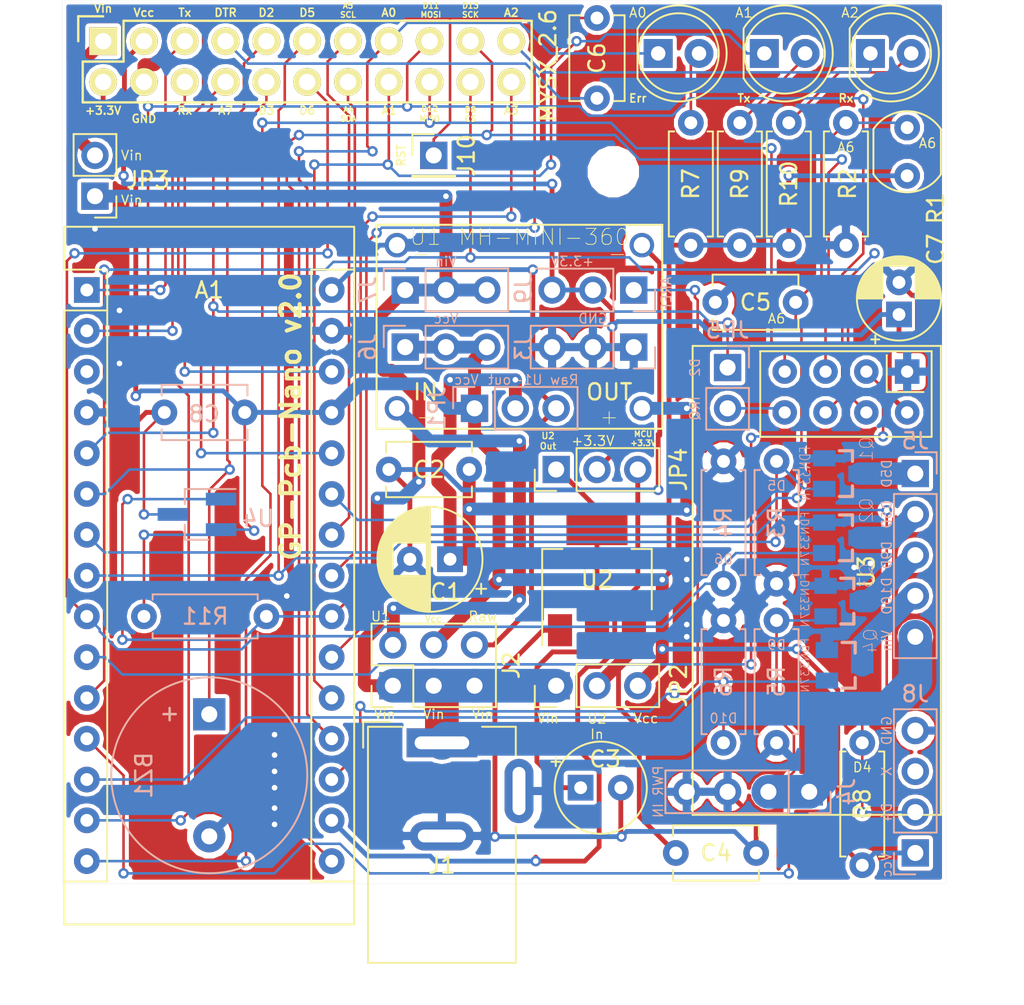
<source format=kicad_pcb>
(kicad_pcb (version 20171130) (host pcbnew 5.0.2-bee76a0~70~ubuntu18.04.1)
  (title_block (title GP-Pcb-Nano) (date 2019-01-10) (rev 2.0) (company d-diot) (comment 1 "MY_RF24_CE_PIN 7 and MY_RF24_CS_PIN 8") (comment 2 "MY_RFM69_CS_PIN 8 and MY_RFM69_RST_PIN 7") (comment 3 "Author: Francesco Berghi") (comment 4 info@d-diot.com))
  (layers (0 F.Cu signal) (31 B.Cu signal) (34 B.Paste user) (35 F.Paste user) (36 B.SilkS user) (37 F.SilkS user) (38 B.Mask user) (39 F.Mask user) (44 Edge.Cuts user))
  (net 0 "")
  (net 1 "Net-(A1-Pad3)")
  (net 2 Pin-D8-CS)
  (net 3 PIN-D13-SCK)
  (net 4 PIN-D12-MISO)
  (net 5 PIN-D11-MOSI)
  (net 6 Pin-A1)
  (net 7 Pin-A0)
  (net 8 Pin-A4-SDA)
  (net 9 Pin-A5-SCL)
  (net 10 Pin-D6)
  (net 11 Pin-D5)
  (net 12 Pin-D3)
  (net 13 PIN-D2)
  (net 14 "Net-(JP3-Pad2)")
  (net 15 +3.3V)
  (net 16 Vcc)
  (net 17 GND)
  (net 18 Tx)
  (net 19 Rx)
  (net 20 RST)
  (net 21 PIN-A7)
  (net 22 Pin-A2)
  (net 23 Pin-A3)
  (net 24 Pin-A6)
  (net 25 Pin-D9)
  (net 26 Pin-D10)
  (net 27 "Net-(D1-Pad2)")
  (net 28 "Net-(D2-Pad2)")
  (net 29 "Net-(D3-Pad2)")
  (net 30 Pin-D4)
  (net 31 Pin-D7-CE)
  (net 32 IRQ)
  (net 33 MCU-3V3)
  (net 34 AREF)
  (net 35 Raw)
  (net 36 "Net-(J2-Pad2)")
  (net 37 "Net-(C1-Pad1)")
  (net 38 "Net-(J5-Pad4)")
  (net 39 "Net-(J5-Pad3)")
  (net 40 "Net-(J5-Pad2)")
  (net 41 "Net-(J5-Pad1)")
  (net 42 Vin)
  (net 43 "Net-(J8-Pad3)")
  (net 44 "Net-(C3-Pad1)")
  (net 45 "Net-(C4-Pad2)")
  (net 46 "Net-(A1-Pad28)")
  (module Connector_PinHeader_2.54mm:PinHeader_1x01_P2.54mm_Vertical (layer F.Cu) (at 109.474 72.136)
    (fp_text reference J10 (at 2.032 0 90) (layer F.SilkS))
    (fp_text value Conn_01x01_Male)
    (pad 1 thru_hole rect (at 0 0) (size 1.7 1.7) (drill 1) (layers *.Cu *.Mask) (net 46 "Net-(A1-Pad28)"))
  )
  (module Capacitor_THT:C_Disc_D5.1mm_W3.2mm_P5.00mm (layer F.Cu) (at 129.54 115.57 180)
    (fp_text reference C4 (at 2.5 0 180) (layer F.SilkS))
    (fp_text value 10uF)
    (pad 1 thru_hole circle (at 0 0 180) (size 1.6 1.6) (drill 0.8) (layers *.Cu *.Mask) (net 17 GND))
    (pad 2 thru_hole circle (at 5 0 180) (size 1.6 1.6) (drill 0.8) (layers *.Cu *.Mask) (net 45 "Net-(C4-Pad2)"))
  )
  (module Capacitor_THT:CP_Radial_Tantal_D5.5mm_P2.50mm (layer F.Cu) (at 118.618 111.506)
    (fp_text reference C3 (at 1.524 -1.778) (layer F.SilkS))
    (fp_text value 22uF)
    (pad 1 thru_hole rect (at 0 0) (size 1.6 1.6) (drill 0.8) (layers *.Cu *.Mask) (net 44 "Net-(C3-Pad1)"))
    (pad 2 thru_hole circle (at 2.5 0) (size 1.6 1.6) (drill 0.8) (layers *.Cu *.Mask) (net 17 GND))
  )
  (module Capacitor_THT:C_Disc_D5.1mm_W3.2mm_P5.00mm (layer B.Cu) (at 92.71 88.138)
    (fp_text reference C8 (at 2.480999 0.099001) (layer B.SilkS) (effects (justify mirror)))
    (fp_text value 0.1uF)
    (pad 1 thru_hole circle (at 0 0) (size 1.6 1.6) (drill 0.8) (layers *.Cu *.Mask) (net 17 GND))
    (pad 2 thru_hole circle (at 5 0) (size 1.6 1.6) (drill 0.8) (layers *.Cu *.Mask) (net 16 Vcc))
  )
  (module Package_TO_SOT_SMD:SOT-23_Handsoldering (layer B.Cu) (at 94.742 94.488 180)
    (fp_text reference U4 (at -3.81 -0.254 180) (layer B.SilkS) (effects (justify mirror)))
    (fp_text value ATSHA204A)
    (pad 1 smd rect (at -1.5 0.95 180) (size 1.9 0.8) (layers B.Cu B.Paste B.Mask) (net 23 Pin-A3))
    (pad 2 smd rect (at -1.5 -0.95 180) (size 1.9 0.8) (layers B.Cu B.Paste B.Mask) (net 16 Vcc))
    (pad 3 smd rect (at 1.5 0 180) (size 1.9 0.8) (layers B.Cu B.Paste B.Mask) (net 17 GND))
  )
  (module Resistor_THT:R_Axial_DIN0207_L6.3mm_D2.5mm_P7.62mm_Horizontal (layer B.Cu) (at 99.06 100.838 180)
    (fp_text reference R11 (at 3.81 0 180) (layer B.SilkS) (effects (justify mirror)))
    (fp_text value 10K)
    (pad 1 thru_hole circle (at 0 0 180) (size 1.6 1.6) (drill 0.8) (layers *.Cu *.Mask) (net 23 Pin-A3))
    (pad 2 thru_hole oval (at 7.62 0 180) (size 1.6 1.6) (drill 0.8) (layers *.Cu *.Mask) (net 16 Vcc))
  )
  (module Buzzer_Beeper:Buzzer_12x9.5RM7.6 (layer B.Cu) (at 95.504 106.934 270)
    (fp_text reference BZ1 (at 3.81 4.064 270) (layer B.SilkS) (effects (justify mirror)))
    (fp_text value Buzzer)
    (fp_text user + (at -0.01 2.54 270) (layer B.SilkS) (effects (justify mirror)))
    (pad 1 thru_hole rect (at 0 0 270) (size 2 2) (drill 1) (layers *.Cu *.Mask) (net 12 Pin-D3))
    (pad 2 thru_hole circle (at 7.6 0 270) (size 2 2) (drill 1) (layers *.Cu *.Mask) (net 17 GND))
  )
  (module Capacitor_THT:CP_Radial_D5.0mm_P2.00mm (layer F.Cu) (at 138.43 82.042 90)
    (fp_text reference C7 (at 4.064 2.286 90) (layer F.SilkS))
    (fp_text value 4.7uF)
    (pad 1 thru_hole rect (at 0 0 90) (size 1.6 1.6) (drill 0.8) (layers *.Cu *.Mask) (net 15 +3.3V))
    (pad 2 thru_hole circle (at 2 0 90) (size 1.6 1.6) (drill 0.8) (layers *.Cu *.Mask) (net 17 GND))
  )
  (module Capacitor_THT:CP_Radial_D6.3mm_P2.50mm (layer F.Cu) (at 110.49 97.282 180)
    (fp_text reference C1 (at 0.254 -2.032 180) (layer F.SilkS))
    (fp_text value 100uF)
    (pad 2 thru_hole circle (at 2.5 0 180) (size 1.6 1.6) (drill 0.8) (layers *.Cu *.Mask) (net 17 GND))
    (pad 1 thru_hole rect (at 0 0 180) (size 1.6 1.6) (drill 0.8) (layers *.Cu *.Mask) (net 37 "Net-(C1-Pad1)"))
  )
  (module Capacitor_THT:C_Disc_D5.1mm_W3.2mm_P5.00mm (layer F.Cu) (at 106.68 91.694)
    (fp_text reference C2 (at 2.5 0) (layer F.SilkS))
    (fp_text value 0.1uF)
    (pad 2 thru_hole circle (at 5 0) (size 1.6 1.6) (drill 0.8) (layers *.Cu *.Mask) (net 37 "Net-(C1-Pad1)"))
    (pad 1 thru_hole circle (at 0 0) (size 1.6 1.6) (drill 0.8) (layers *.Cu *.Mask) (net 17 GND))
  )
  (module Capacitor_THT:C_Disc_D5.1mm_W3.2mm_P5.00mm (layer F.Cu) (at 127 81.28)
    (fp_text reference C5 (at 2.5 0) (layer F.SilkS))
    (fp_text value 0.1uF)
    (pad 2 thru_hole circle (at 5 0) (size 1.6 1.6) (drill 0.8) (layers *.Cu *.Mask) (net 24 Pin-A6))
    (pad 1 thru_hole circle (at 0 0) (size 1.6 1.6) (drill 0.8) (layers *.Cu *.Mask) (net 17 GND))
  )
  (module Capacitor_THT:C_Disc_D5.1mm_W3.2mm_P5.00mm (layer F.Cu) (at 119.634 68.58 90)
    (fp_text reference C6 (at 2.5 0 90) (layer F.SilkS))
    (fp_text value 0.1uF)
    (pad 1 thru_hole circle (at 0 0 90) (size 1.6 1.6) (drill 0.8) (layers *.Cu *.Mask) (net 20 RST))
    (pad 2 thru_hole circle (at 5 0 90) (size 1.6 1.6) (drill 0.8) (layers *.Cu *.Mask) (net 46 "Net-(A1-Pad28)"))
  )
  (module Connector_BarrelJack:BarrelJack_Wuerth_6941xx301002 (layer F.Cu) (at 109.982 108.712)
    (fp_text reference J1 (at 0 7.62) (layer F.SilkS))
    (fp_text value Barrel_Jack_Switch)
    (pad 3 thru_hole oval (at 4.8 3 90) (size 4 1.8) (drill oval 3 0.8) (layers *.Cu *.Mask) (net 17 GND))
    (pad 2 thru_hole oval (at 0 5.8) (size 4 1.8) (drill oval 3 0.8) (layers *.Cu *.Mask) (net 17 GND))
    (pad 1 thru_hole rect (at 0 0) (size 4.4 1.8) (drill oval 3.4 0.8) (layers *.Cu *.Mask) (net 42 Vin))
  )
  (module Connector_PinHeader_2.54mm:PinHeader_1x02_P2.54mm_Vertical (layer B.Cu) (at 127.762 85.344 180)
    (fp_text reference JP5 (at 0 2.33 180) (layer B.SilkS) (effects (justify mirror)))
    (fp_text value Jumper_2_Open)
    (pad 2 thru_hole oval (at 0 -2.54 180) (size 1.7 1.7) (drill 1) (layers *.Cu *.Mask) (net 32 IRQ))
    (pad 1 thru_hole rect (at 0 0 180) (size 1.7 1.7) (drill 1) (layers *.Cu *.Mask) (net 13 PIN-D2))
  )
  (module Connector_PinHeader_2.54mm:PinHeader_1x02_P2.54mm_Vertical (layer F.Cu) (at 88.392 74.676 180)
    (fp_text reference JP3 (at -3.302 1.016) (layer F.SilkS))
    (fp_text value Jumper_2_Open)
    (pad 1 thru_hole rect (at 0 0 180) (size 1.7 1.7) (drill 1) (layers *.Cu *.Mask) (net 42 Vin))
    (pad 2 thru_hole oval (at 0 2.54 180) (size 1.7 1.7) (drill 1) (layers *.Cu *.Mask) (net 14 "Net-(JP3-Pad2)"))
  )
  (module Connector_PinHeader_2.54mm:PinHeader_1x03_P2.54mm_Vertical (layer B.Cu) (at 121.92 84.074 90)
    (fp_text reference J3 (at 0 -6.858 90) (layer B.SilkS) (effects (justify mirror)))
    (fp_text value Conn_01x03_Male)
    (pad 1 thru_hole rect (at 0 0 90) (size 1.7 1.7) (drill 1) (layers *.Cu *.Mask) (net 17 GND))
    (pad 2 thru_hole oval (at 0 -2.54 90) (size 1.7 1.7) (drill 1) (layers *.Cu *.Mask) (net 17 GND))
    (pad 3 thru_hole oval (at 0 -5.08 90) (size 1.7 1.7) (drill 1) (layers *.Cu *.Mask) (net 17 GND))
  )
  (module Connector_PinHeader_2.54mm:PinHeader_1x03_P2.54mm_Vertical (layer B.Cu) (at 107.696 84.074 270)
    (fp_text reference J6 (at 0 2.33 270) (layer B.SilkS) (effects (justify mirror)))
    (fp_text value Conn_01x03_Male)
    (pad 3 thru_hole oval (at 0 -5.08 270) (size 1.7 1.7) (drill 1) (layers *.Cu *.Mask) (net 16 Vcc))
    (pad 2 thru_hole oval (at 0 -2.54 270) (size 1.7 1.7) (drill 1) (layers *.Cu *.Mask) (net 16 Vcc))
    (pad 1 thru_hole rect (at 0 0 270) (size 1.7 1.7) (drill 1) (layers *.Cu *.Mask) (net 16 Vcc))
  )
  (module Connector_PinHeader_2.54mm:PinHeader_1x03_P2.54mm_Vertical (layer B.Cu) (at 107.696 80.518 270)
    (fp_text reference J7 (at 0 2.33 270) (layer B.SilkS) (effects (justify mirror)))
    (fp_text value Conn_01x03_Male)
    (pad 1 thru_hole rect (at 0 0 270) (size 1.7 1.7) (drill 1) (layers *.Cu *.Mask) (net 42 Vin))
    (pad 2 thru_hole oval (at 0 -2.54 270) (size 1.7 1.7) (drill 1) (layers *.Cu *.Mask) (net 42 Vin))
    (pad 3 thru_hole oval (at 0 -5.08 270) (size 1.7 1.7) (drill 1) (layers *.Cu *.Mask) (net 42 Vin))
  )
  (module Connector_PinHeader_2.54mm:PinHeader_1x03_P2.54mm_Vertical (layer B.Cu) (at 121.92 80.518 90)
    (fp_text reference J9 (at 0 -6.858 90) (layer B.SilkS) (effects (justify mirror)))
    (fp_text value Conn_01x03_Male)
    (pad 3 thru_hole oval (at 0 -5.08 90) (size 1.7 1.7) (drill 1) (layers *.Cu *.Mask) (net 15 +3.3V))
    (pad 2 thru_hole oval (at 0 -2.54 90) (size 1.7 1.7) (drill 1) (layers *.Cu *.Mask) (net 15 +3.3V))
    (pad 1 thru_hole rect (at 0 0 90) (size 1.7 1.7) (drill 1) (layers *.Cu *.Mask) (net 34 AREF))
  )
  (module Connector_PinHeader_2.54mm:PinHeader_1x03_P2.54mm_Vertical (layer B.Cu) (at 112.014 87.884 270)
    (fp_text reference JP1 (at 0 2.33 270) (layer B.SilkS) (effects (justify mirror)))
    (fp_text value Jumper_3_Open)
    (pad 1 thru_hole rect (at 0 0 270) (size 1.7 1.7) (drill 1) (layers *.Cu *.Mask) (net 16 Vcc))
    (pad 2 thru_hole oval (at 0 -2.54 270) (size 1.7 1.7) (drill 1) (layers *.Cu *.Mask) (net 37 "Net-(C1-Pad1)"))
    (pad 3 thru_hole oval (at 0 -5.08 270) (size 1.7 1.7) (drill 1) (layers *.Cu *.Mask) (net 35 Raw))
  )
  (module Connector_PinHeader_2.54mm:PinHeader_1x03_P2.54mm_Vertical (layer F.Cu) (at 117.094 91.694 90)
    (fp_text reference JP4 (at 0 7.62 90) (layer F.SilkS))
    (fp_text value Jumper_3_Open)
    (pad 3 thru_hole oval (at 0 5.08 90) (size 1.7 1.7) (drill 1) (layers *.Cu *.Mask) (net 33 MCU-3V3))
    (pad 2 thru_hole oval (at 0 2.54 90) (size 1.7 1.7) (drill 1) (layers *.Cu *.Mask) (net 15 +3.3V))
    (pad 1 thru_hole rect (at 0 0 90) (size 1.7 1.7) (drill 1) (layers *.Cu *.Mask) (net 44 "Net-(C3-Pad1)"))
  )
  (module Connector_PinHeader_2.54mm:PinHeader_1x03_P2.54mm_Vertical (layer F.Cu) (at 117.094 105.156 90)
    (fp_text reference JP2 (at 0 7.62 90) (layer F.SilkS))
    (fp_text value Jumper_3_Open)
    (pad 1 thru_hole rect (at 0 0 90) (size 1.7 1.7) (drill 1) (layers *.Cu *.Mask) (net 42 Vin))
    (pad 2 thru_hole oval (at 0 2.54 90) (size 1.7 1.7) (drill 1) (layers *.Cu *.Mask) (net 45 "Net-(C4-Pad2)"))
    (pad 3 thru_hole oval (at 0 5.08 90) (size 1.7 1.7) (drill 1) (layers *.Cu *.Mask) (net 16 Vcc))
  )
  (module Connector_PinHeader_2.54mm:PinHeader_1x04_P2.54mm_Vertical (layer B.Cu) (at 139.446 115.57)
    (fp_text reference J8 (at 0 -9.906) (layer B.SilkS) (effects (justify mirror)))
    (fp_text value DHT22)
    (pad 4 thru_hole oval (at 0 -7.62) (size 1.7 1.7) (drill 1) (layers *.Cu *.Mask) (net 17 GND))
    (pad 3 thru_hole oval (at 0 -5.08) (size 1.7 1.7) (drill 1) (layers *.Cu *.Mask) (net 43 "Net-(J8-Pad3)"))
    (pad 2 thru_hole oval (at 0 -2.54) (size 1.7 1.7) (drill 1) (layers *.Cu *.Mask) (net 30 Pin-D4))
    (pad 1 thru_hole rect (at 0 0) (size 1.7 1.7) (drill 1) (layers *.Cu *.Mask) (net 16 Vcc))
  )
  (module Connector_PinHeader_2.54mm:PinHeader_1x04_P2.54mm_Vertical (layer B.Cu) (at 132.842 111.76 90)
    (fp_text reference J4 (at 0 2.33 90) (layer B.SilkS) (effects (justify mirror)))
    (fp_text value Conn_01x04_Male)
    (pad 1 thru_hole rect (at 0 0 90) (size 1.7 1.7) (drill 1) (layers *.Cu *.Mask) (net 42 Vin))
    (pad 2 thru_hole oval (at 0 -2.54 90) (size 1.7 1.7) (drill 1) (layers *.Cu *.Mask) (net 42 Vin))
    (pad 3 thru_hole oval (at 0 -5.08 90) (size 1.7 1.7) (drill 1) (layers *.Cu *.Mask) (net 17 GND))
    (pad 4 thru_hole oval (at 0 -7.62 90) (size 1.7 1.7) (drill 1) (layers *.Cu *.Mask) (net 17 GND))
  )
  (module Connector_PinHeader_2.54mm:PinHeader_1x05_P2.54mm_Vertical (layer B.Cu) (at 139.446 91.948 180)
    (fp_text reference J5 (at 0 2.032 180) (layer B.SilkS) (effects (justify mirror)))
    (fp_text value Conn_01x05_Male)
    (pad 1 thru_hole rect (at 0 0 180) (size 1.7 1.7) (drill 1) (layers *.Cu *.Mask) (net 41 "Net-(J5-Pad1)"))
    (pad 2 thru_hole oval (at 0 -2.54 180) (size 1.7 1.7) (drill 1) (layers *.Cu *.Mask) (net 40 "Net-(J5-Pad2)"))
    (pad 3 thru_hole oval (at 0 -5.08 180) (size 1.7 1.7) (drill 1) (layers *.Cu *.Mask) (net 39 "Net-(J5-Pad3)"))
    (pad 4 thru_hole oval (at 0 -7.62 180) (size 1.7 1.7) (drill 1) (layers *.Cu *.Mask) (net 38 "Net-(J5-Pad4)"))
    (pad 5 thru_hole oval (at 0 -10.16 180) (size 1.7 1.7) (drill 1) (layers *.Cu *.Mask) (net 42 Vin))
  )
  (module Connector_PinHeader_2.54mm:PinHeader_2x03_P2.54mm_Vertical (layer F.Cu) (at 106.934 105.156 90)
    (fp_text reference J2 (at 1.27 7.366 90) (layer F.SilkS))
    (fp_text value Conn_02x03_Odd_Even)
    (pad 1 thru_hole rect (at 0 0 90) (size 1.7 1.7) (drill 1) (layers *.Cu *.Mask) (net 42 Vin))
    (pad 2 thru_hole oval (at 2.54 0 90) (size 1.7 1.7) (drill 1) (layers *.Cu *.Mask) (net 36 "Net-(J2-Pad2)"))
    (pad 3 thru_hole oval (at 0 2.54 90) (size 1.7 1.7) (drill 1) (layers *.Cu *.Mask) (net 42 Vin))
    (pad 4 thru_hole oval (at 2.54 2.54 90) (size 1.7 1.7) (drill 1) (layers *.Cu *.Mask) (net 16 Vcc))
    (pad 5 thru_hole oval (at 0 5.08 90) (size 1.7 1.7) (drill 1) (layers *.Cu *.Mask) (net 42 Vin))
    (pad 6 thru_hole oval (at 2.54 5.08 90) (size 1.7 1.7) (drill 1) (layers *.Cu *.Mask) (net 35 Raw))
  )
  (module FDN337N:SSOT-3 (layer B.Cu) (at 134.874 91.948 90)
    (fp_text reference Q1 (at 1.524 1.524 90) (layer B.SilkS) (effects (font (size 0.800307 0.800307) (thickness 0.05)) (justify mirror)))
    (fp_text value FDN337N (at 0 -2.286 90) (layer B.SilkS) (effects (font (size 0.640925 0.5) (thickness 0.05)) (justify mirror)))
    (pad 1 smd rect (at -0.95 -1.1 90) (size 1 1.4) (layers B.Cu B.Paste B.Mask) (net 11 Pin-D5))
    (pad 2 smd rect (at 0.95 -1.1 90) (size 1 1.4) (layers B.Cu B.Paste B.Mask) (net 17 GND))
    (pad 3 smd rect (at 0 1.1 90) (size 1 1.4) (layers B.Cu B.Paste B.Mask) (net 41 "Net-(J5-Pad1)"))
  )
  (module FDN337N:SSOT-3 (layer B.Cu) (at 134.874 95.946 90)
    (fp_text reference Q2 (at 1.712 1.524 90) (layer B.SilkS) (effects (font (size 0.800307 0.800307) (thickness 0.05)) (justify mirror)))
    (fp_text value FDN337N (at -0.066 -2.286 90) (layer B.SilkS) (effects (font (size 0.5 0.5) (thickness 0.05)) (justify mirror)))
    (pad 3 smd rect (at 0 1.1 90) (size 1 1.4) (layers B.Cu B.Paste B.Mask) (net 40 "Net-(J5-Pad2)"))
    (pad 2 smd rect (at 0.95 -1.1 90) (size 1 1.4) (layers B.Cu B.Paste B.Mask) (net 17 GND))
    (pad 1 smd rect (at -0.95 -1.1 90) (size 1 1.4) (layers B.Cu B.Paste B.Mask) (net 10 Pin-D6))
  )
  (module FDN337N:SSOT-3 (layer B.Cu) (at 134.958 99.888 90)
    (fp_text reference Q3 (at 1.59 1.44 90) (layer B.SilkS) (effects (font (size 0.800307 0.800307) (thickness 0.05)) (justify mirror)))
    (fp_text value FDN337N (at 0.066 -2.37 90) (layer B.SilkS) (effects (font (size 0.5 0.5) (thickness 0.05)) (justify mirror)))
    (pad 1 smd rect (at -0.95 -1.1 90) (size 1 1.4) (layers B.Cu B.Paste B.Mask) (net 25 Pin-D9))
    (pad 2 smd rect (at 0.95 -1.1 90) (size 1 1.4) (layers B.Cu B.Paste B.Mask) (net 17 GND))
    (pad 3 smd rect (at 0 1.1 90) (size 1 1.4) (layers B.Cu B.Paste B.Mask) (net 39 "Net-(J5-Pad3)"))
  )
  (module FDN337N:SSOT-3 (layer B.Cu) (at 135.044 103.886 90)
    (fp_text reference Q4 (at 1.524 1.608 90) (layer B.SilkS) (effects (font (size 0.800307 0.800307) (thickness 0.05)) (justify mirror)))
    (fp_text value FDN337N (at 0 -2.456 90) (layer B.SilkS) (effects (font (size 0.5 0.5) (thickness 0.05)) (justify mirror)))
    (pad 3 smd rect (at 0 1.1 90) (size 1 1.4) (layers B.Cu B.Paste B.Mask) (net 38 "Net-(J5-Pad4)"))
    (pad 2 smd rect (at 0.95 -1.1 90) (size 1 1.4) (layers B.Cu B.Paste B.Mask) (net 17 GND))
    (pad 1 smd rect (at -0.95 -1.1 90) (size 1 1.4) (layers B.Cu B.Paste B.Mask) (net 26 Pin-D10))
  )
  (module LED_THT:LED_D5.0mm (layer F.Cu) (at 123.444 65.786)
    (fp_text reference D1 hide)
    (fp_text value LED)
    (pad 1 thru_hole rect (at 0 0) (size 1.8 1.8) (drill 0.9) (layers *.Cu *.Mask) (net 7 Pin-A0))
    (pad 2 thru_hole circle (at 2.54 0) (size 1.8 1.8) (drill 0.9) (layers *.Cu *.Mask) (net 27 "Net-(D1-Pad2)"))
  )
  (module LED_THT:LED_D5.0mm (layer F.Cu) (at 130.048 65.786)
    (fp_text reference D2 hide)
    (fp_text value LED)
    (pad 2 thru_hole circle (at 2.54 0) (size 1.8 1.8) (drill 0.9) (layers *.Cu *.Mask) (net 28 "Net-(D2-Pad2)"))
    (pad 1 thru_hole rect (at 0 0) (size 1.8 1.8) (drill 0.9) (layers *.Cu *.Mask) (net 6 Pin-A1))
  )
  (module LED_THT:LED_D5.0mm (layer F.Cu) (at 136.652 65.786)
    (fp_text reference D3 hide)
    (fp_text value LED)
    (pad 1 thru_hole rect (at 0 0) (size 1.8 1.8) (drill 0.9) (layers *.Cu *.Mask) (net 22 Pin-A2))
    (pad 2 thru_hole circle (at 2.54 0) (size 1.8 1.8) (drill 0.9) (layers *.Cu *.Mask) (net 29 "Net-(D3-Pad2)"))
  )
  (module MH-MINI-360:MH-MINI-360 (layer F.Cu) (at 114.808 82.804)
    (fp_text reference U1 (at -5.842 -5.588) (layer F.SilkS) (effects (font (thickness 0.05))))
    (fp_text value MH-MINI-360 (at 1.524 -5.588) (layer F.SilkS) (effects (font (thickness 0.05))))
    (fp_text user + (at -5.842 5.588) (layer F.SilkS) (effects (font (thickness 0.05))))
    (fp_text user - (at -6.096 -4.572) (layer F.SilkS) (effects (font (thickness 0.05))))
    (fp_text user - (at 6.096 -4.572) (layer F.SilkS) (effects (font (thickness 0.05))))
    (fp_text user + (at 5.588 5.588) (layer F.SilkS) (effects (font (thickness 0.05))))
    (pad P$1 thru_hole circle (at -7.62 -5.08) (size 1.524 1.524) (drill 1.016) (layers *.Cu *.Mask) (net 17 GND))
    (pad P$2 thru_hole circle (at -7.62 5.08) (size 1.524 1.524) (drill 1.016) (layers *.Cu *.Mask) (net 36 "Net-(J2-Pad2)"))
    (pad P$3 thru_hole circle (at 7.62 5.08) (size 1.524 1.524) (drill 1.016) (layers *.Cu *.Mask) (net 37 "Net-(C1-Pad1)"))
    (pad P$4 thru_hole circle (at 7.62 -5.08) (size 1.524 1.524) (drill 1.016) (layers *.Cu *.Mask) (net 17 GND))
  )
  (module OptoDevice:R_LDR_5.0x4.1mm_P3mm_Vertical (layer F.Cu) (at 138.938 73.406 90)
    (fp_text reference R1 (at -2.032 1.778 90) (layer F.SilkS))
    (fp_text value R_PHOTO)
    (pad 1 thru_hole circle (at 0 0 90) (size 1.6 1.6) (drill 0.8) (layers *.Cu *.Mask) (net 16 Vcc))
    (pad 2 thru_hole circle (at 3 0 90) (size 1.6 1.6) (drill 0.8) (layers *.Cu *.Mask) (net 24 Pin-A6))
  )
  (module Package_TO_SOT_SMD:SOT-223-3_TabPin2 (layer F.Cu) (at 119.634 98.552 90)
    (fp_text reference U2 (at 0 0 180) (layer F.SilkS))
    (fp_text value AMS1117-3.3)
    (pad 2 smd rect (at 3.15 0 90) (size 2 3.8) (layers F.Cu F.Paste F.Mask) (net 44 "Net-(C3-Pad1)"))
    (pad 2 smd rect (at -3.15 0 90) (size 2 1.5) (layers F.Cu F.Paste F.Mask) (net 44 "Net-(C3-Pad1)"))
    (pad 3 smd rect (at -3.15 2.3 90) (size 2 1.5) (layers F.Cu F.Paste F.Mask) (net 45 "Net-(C4-Pad2)"))
    (pad 1 smd rect (at -3.15 -2.3 90) (size 2 1.5) (layers F.Cu F.Paste F.Mask) (net 17 GND))
  )
  (module RF_Module:nRF24L01_Breakout (layer F.Cu) (at 138.938 85.598 270)
    (fp_text reference U3 (at 12.446 2.54 270) (layer F.SilkS))
    (fp_text value NRF24L01_Breakout)
    (pad 1 thru_hole rect (at 0 0 270) (size 1.524 1.524) (drill 0.762) (layers *.Cu *.Mask) (net 17 GND))
    (pad 2 thru_hole circle (at 2.54 0 270) (size 1.524 1.524) (drill 0.762) (layers *.Cu *.Mask) (net 15 +3.3V))
    (pad 3 thru_hole circle (at 0 2.54 270) (size 1.524 1.524) (drill 0.762) (layers *.Cu *.Mask) (net 31 Pin-D7-CE))
    (pad 4 thru_hole circle (at 2.54 2.54 270) (size 1.524 1.524) (drill 0.762) (layers *.Cu *.Mask) (net 2 Pin-D8-CS))
    (pad 5 thru_hole circle (at 0 5.08 270) (size 1.524 1.524) (drill 0.762) (layers *.Cu *.Mask) (net 3 PIN-D13-SCK))
    (pad 6 thru_hole circle (at 2.54 5.08 270) (size 1.524 1.524) (drill 0.762) (layers *.Cu *.Mask) (net 5 PIN-D11-MOSI))
    (pad 7 thru_hole circle (at 0 7.62 270) (size 1.524 1.524) (drill 0.762) (layers *.Cu *.Mask) (net 4 PIN-D12-MISO))
    (pad 8 thru_hole circle (at 2.54 7.62 270) (size 1.524 1.524) (drill 0.762) (layers *.Cu *.Mask) (net 32 IRQ))
  )
  (module Resistor_THT:R_Axial_DIN0207_L6.3mm_D2.5mm_P7.62mm_Horizontal (layer F.Cu) (at 136.144 116.332 90)
    (fp_text reference R8 (at 3.81 0 90) (layer F.SilkS))
    (fp_text value R)
    (pad 1 thru_hole circle (at 0 0 90) (size 1.6 1.6) (drill 0.8) (layers *.Cu *.Mask) (net 16 Vcc))
    (pad 2 thru_hole oval (at 7.62 0 90) (size 1.6 1.6) (drill 0.8) (layers *.Cu *.Mask) (net 30 Pin-D4))
  )
  (module Resistor_THT:R_Axial_DIN0207_L6.3mm_D2.5mm_P7.62mm_Horizontal (layer B.Cu) (at 130.81 98.806 90)
    (fp_text reference R3 (at 3.81 0 90) (layer B.SilkS) (effects (justify mirror)))
    (fp_text value 20K)
    (pad 2 thru_hole oval (at 7.62 0 90) (size 1.6 1.6) (drill 0.8) (layers *.Cu *.Mask) (net 11 Pin-D5))
    (pad 1 thru_hole circle (at 0 0 90) (size 1.6 1.6) (drill 0.8) (layers *.Cu *.Mask) (net 17 GND))
  )
  (module Resistor_THT:R_Axial_DIN0207_L6.3mm_D2.5mm_P7.62mm_Horizontal (layer F.Cu) (at 131.572 70.104 270)
    (fp_text reference R10 (at 3.81 0 270) (layer F.SilkS))
    (fp_text value 330)
    (pad 1 thru_hole circle (at 0 0 270) (size 1.6 1.6) (drill 0.8) (layers *.Cu *.Mask) (net 29 "Net-(D3-Pad2)"))
    (pad 2 thru_hole oval (at 7.62 0 270) (size 1.6 1.6) (drill 0.8) (layers *.Cu *.Mask) (net 16 Vcc))
  )
  (module Resistor_THT:R_Axial_DIN0207_L6.3mm_D2.5mm_P7.62mm_Horizontal (layer F.Cu) (at 128.524 70.104 270)
    (fp_text reference R9 (at 3.81 0 270) (layer F.SilkS))
    (fp_text value 330)
    (pad 2 thru_hole oval (at 7.62 0 270) (size 1.6 1.6) (drill 0.8) (layers *.Cu *.Mask) (net 16 Vcc))
    (pad 1 thru_hole circle (at 0 0 270) (size 1.6 1.6) (drill 0.8) (layers *.Cu *.Mask) (net 28 "Net-(D2-Pad2)"))
  )
  (module Resistor_THT:R_Axial_DIN0207_L6.3mm_D2.5mm_P7.62mm_Horizontal (layer F.Cu) (at 125.476 70.104 270)
    (fp_text reference R7 (at 3.81 0 270) (layer F.SilkS))
    (fp_text value 330)
    (pad 1 thru_hole circle (at 0 0 270) (size 1.6 1.6) (drill 0.8) (layers *.Cu *.Mask) (net 27 "Net-(D1-Pad2)"))
    (pad 2 thru_hole oval (at 7.62 0 270) (size 1.6 1.6) (drill 0.8) (layers *.Cu *.Mask) (net 16 Vcc))
  )
  (module Resistor_THT:R_Axial_DIN0207_L6.3mm_D2.5mm_P7.62mm_Horizontal (layer B.Cu) (at 127.508 101.092 270)
    (fp_text reference R6 (at 3.81 0 270) (layer B.SilkS) (effects (justify mirror)))
    (fp_text value 20K)
    (pad 2 thru_hole oval (at 7.62 0 270) (size 1.6 1.6) (drill 0.8) (layers *.Cu *.Mask) (net 26 Pin-D10))
    (pad 1 thru_hole circle (at 0 0 270) (size 1.6 1.6) (drill 0.8) (layers *.Cu *.Mask) (net 17 GND))
  )
  (module Resistor_THT:R_Axial_DIN0207_L6.3mm_D2.5mm_P7.62mm_Horizontal (layer B.Cu) (at 127.508 91.186 270)
    (fp_text reference R4 (at 3.81 0 270) (layer B.SilkS) (effects (justify mirror)))
    (fp_text value 20K)
    (pad 1 thru_hole circle (at 0 0 270) (size 1.6 1.6) (drill 0.8) (layers *.Cu *.Mask) (net 17 GND))
    (pad 2 thru_hole oval (at 7.62 0 270) (size 1.6 1.6) (drill 0.8) (layers *.Cu *.Mask) (net 10 Pin-D6))
  )
  (module Resistor_THT:R_Axial_DIN0207_L6.3mm_D2.5mm_P7.62mm_Horizontal (layer B.Cu) (at 130.81 108.712 90)
    (fp_text reference R5 (at 3.81 0 90) (layer B.SilkS) (effects (justify mirror)))
    (fp_text value 20K)
    (pad 2 thru_hole oval (at 7.62 0 90) (size 1.6 1.6) (drill 0.8) (layers *.Cu *.Mask) (net 25 Pin-D9))
    (pad 1 thru_hole circle (at 0 0 90) (size 1.6 1.6) (drill 0.8) (layers *.Cu *.Mask) (net 17 GND))
  )
  (module Resistor_THT:R_Axial_DIN0207_L6.3mm_D2.5mm_P7.62mm_Horizontal (layer F.Cu) (at 135.128 70.104 270)
    (fp_text reference R2 (at 3.81 -0.109001 270) (layer F.SilkS))
    (fp_text value R)
    (pad 1 thru_hole circle (at 0 0 270) (size 1.6 1.6) (drill 0.8) (layers *.Cu *.Mask) (net 24 Pin-A6))
    (pad 2 thru_hole oval (at 7.62 0 270) (size 1.6 1.6) (drill 0.8) (layers *.Cu *.Mask) (net 17 GND))
  )
  (module mysensors_connectors:MYSX_2.6_SOCKET (layer B.Cu) (at 88.9 65.024 270)
    (fp_text reference P1 hide)
    (fp_text value MYSX_2.6 (at 1.524 -27.686 270) (layer F.SilkS))
    (pad 20 thru_hole oval (at 2.54 -22.86 270) (size 1.7272 1.7272) (drill 1.016) (layers *.Cu *.Mask F.SilkS) (net 2 Pin-D8-CS))
    (pad 19 thru_hole oval (at 0 -22.86 270) (size 1.7272 1.7272) (drill 1.016) (layers *.Cu *.Mask F.SilkS) (net 3 PIN-D13-SCK))
    (pad 18 thru_hole oval (at 2.54 -20.32 270) (size 1.7272 1.7272) (drill 1.016) (layers *.Cu *.Mask F.SilkS) (net 4 PIN-D12-MISO))
    (pad 17 thru_hole oval (at 0 -20.32 270) (size 1.7272 1.7272) (drill 1.016) (layers *.Cu *.Mask F.SilkS) (net 5 PIN-D11-MOSI))
    (pad 16 thru_hole oval (at 2.54 -17.78 270) (size 1.7272 1.7272) (drill 1.016) (layers *.Cu *.Mask F.SilkS) (net 6 Pin-A1))
    (pad 15 thru_hole oval (at 0 -17.78 270) (size 1.7272 1.7272) (drill 1.016) (layers *.Cu *.Mask F.SilkS) (net 7 Pin-A0))
    (pad 14 thru_hole oval (at 2.54 -15.24 270) (size 1.7272 1.7272) (drill 1.016) (layers *.Cu *.Mask F.SilkS) (net 8 Pin-A4-SDA))
    (pad 13 thru_hole oval (at 0 -15.24 270) (size 1.7272 1.7272) (drill 1.016) (layers *.Cu *.Mask F.SilkS) (net 9 Pin-A5-SCL))
    (pad 12 thru_hole oval (at 2.54 -12.7 270) (size 1.7272 1.7272) (drill 1.016) (layers *.Cu *.Mask F.SilkS) (net 10 Pin-D6))
    (pad 11 thru_hole oval (at 0 -12.7 270) (size 1.7272 1.7272) (drill 1.016) (layers *.Cu *.Mask F.SilkS) (net 11 Pin-D5))
    (pad 10 thru_hole oval (at 2.54 -10.16 270) (size 1.7272 1.7272) (drill 1.016) (layers *.Cu *.Mask F.SilkS) (net 12 Pin-D3))
    (pad 9 thru_hole oval (at 0 -10.16 270) (size 1.7272 1.7272) (drill 1.016) (layers *.Cu *.Mask F.SilkS) (net 13 PIN-D2))
    (pad 1 thru_hole rect (at 0 0 270) (size 1.7272 1.7272) (drill 1.016) (layers *.Cu *.Mask F.SilkS) (net 14 "Net-(JP3-Pad2)"))
    (pad 2 thru_hole oval (at 2.54 0 270) (size 1.7272 1.7272) (drill 1.016) (layers *.Cu *.Mask F.SilkS) (net 15 +3.3V))
    (pad 3 thru_hole oval (at 0 -2.54 270) (size 1.7272 1.7272) (drill 1.016) (layers *.Cu *.Mask F.SilkS) (net 16 Vcc))
    (pad 4 thru_hole oval (at 2.54 -2.54 270) (size 1.7272 1.7272) (drill 1.016) (layers *.Cu *.Mask F.SilkS) (net 17 GND))
    (pad 5 thru_hole oval (at 0 -5.08 270) (size 1.7272 1.7272) (drill 1.016) (layers *.Cu *.Mask F.SilkS) (net 18 Tx))
    (pad 6 thru_hole oval (at 2.54 -5.08 270) (size 1.7272 1.7272) (drill 1.016) (layers *.Cu *.Mask F.SilkS) (net 19 Rx))
    (pad 7 thru_hole oval (at 0 -7.62 270) (size 1.7272 1.7272) (drill 1.016) (layers *.Cu *.Mask F.SilkS) (net 20 RST))
    (pad 8 thru_hole oval (at 2.54 -7.62 270) (size 1.7272 1.7272) (drill 1.016) (layers *.Cu *.Mask F.SilkS) (net 21 PIN-A7))
    (pad 21 thru_hole oval (at 0 -25.4 270) (size 1.7272 1.7272) (drill 1.016) (layers *.Cu *.Mask F.SilkS) (net 22 Pin-A2))
    (pad 22 thru_hole oval (at 2.54 -25.4 270) (size 1.7272 1.7272) (drill 1.016) (layers *.Cu *.Mask F.SilkS) (net 23 Pin-A3))
  )
  (module Module:Arduino_Nano (layer F.Cu) (at 87.884 80.518)
    (fp_text reference A1 (at 7.62 0 180) (layer F.SilkS))
    (fp_text value Arduino_Nano_v3.x)
    (pad 1 thru_hole rect (at 0 0) (size 1.6 1.6) (drill 0.8) (layers *.Cu *.Mask) (net 18 Tx))
    (pad 17 thru_hole oval (at 15.24 33.02) (size 1.6 1.6) (drill 0.8) (layers *.Cu *.Mask) (net 33 MCU-3V3))
    (pad 2 thru_hole oval (at 0 2.54) (size 1.6 1.6) (drill 0.8) (layers *.Cu *.Mask) (net 19 Rx))
    (pad 18 thru_hole oval (at 15.24 30.48) (size 1.6 1.6) (drill 0.8) (layers *.Cu *.Mask) (net 34 AREF))
    (pad 3 thru_hole oval (at 0 5.08) (size 1.6 1.6) (drill 0.8) (layers *.Cu *.Mask) (net 1 "Net-(A1-Pad3)"))
    (pad 19 thru_hole oval (at 15.24 27.94) (size 1.6 1.6) (drill 0.8) (layers *.Cu *.Mask) (net 7 Pin-A0))
    (pad 4 thru_hole oval (at 0 7.62) (size 1.6 1.6) (drill 0.8) (layers *.Cu *.Mask) (net 17 GND))
    (pad 20 thru_hole oval (at 15.24 25.4) (size 1.6 1.6) (drill 0.8) (layers *.Cu *.Mask) (net 6 Pin-A1))
    (pad 5 thru_hole oval (at 0 10.16) (size 1.6 1.6) (drill 0.8) (layers *.Cu *.Mask) (net 13 PIN-D2))
    (pad 21 thru_hole oval (at 15.24 22.86) (size 1.6 1.6) (drill 0.8) (layers *.Cu *.Mask) (net 22 Pin-A2))
    (pad 6 thru_hole oval (at 0 12.7) (size 1.6 1.6) (drill 0.8) (layers *.Cu *.Mask) (net 12 Pin-D3))
    (pad 22 thru_hole oval (at 15.24 20.32) (size 1.6 1.6) (drill 0.8) (layers *.Cu *.Mask) (net 23 Pin-A3))
    (pad 7 thru_hole oval (at 0 15.24) (size 1.6 1.6) (drill 0.8) (layers *.Cu *.Mask) (net 30 Pin-D4))
    (pad 23 thru_hole oval (at 15.24 17.78) (size 1.6 1.6) (drill 0.8) (layers *.Cu *.Mask) (net 8 Pin-A4-SDA))
    (pad 8 thru_hole oval (at 0 17.78) (size 1.6 1.6) (drill 0.8) (layers *.Cu *.Mask) (net 11 Pin-D5))
    (pad 24 thru_hole oval (at 15.24 15.24) (size 1.6 1.6) (drill 0.8) (layers *.Cu *.Mask) (net 9 Pin-A5-SCL))
    (pad 9 thru_hole oval (at 0 20.32) (size 1.6 1.6) (drill 0.8) (layers *.Cu *.Mask) (net 10 Pin-D6))
    (pad 25 thru_hole oval (at 15.24 12.7) (size 1.6 1.6) (drill 0.8) (layers *.Cu *.Mask) (net 24 Pin-A6))
    (pad 10 thru_hole oval (at 0 22.86) (size 1.6 1.6) (drill 0.8) (layers *.Cu *.Mask) (net 31 Pin-D7-CE))
    (pad 26 thru_hole oval (at 15.24 10.16) (size 1.6 1.6) (drill 0.8) (layers *.Cu *.Mask) (net 21 PIN-A7))
    (pad 11 thru_hole oval (at 0 25.4) (size 1.6 1.6) (drill 0.8) (layers *.Cu *.Mask) (net 2 Pin-D8-CS))
    (pad 27 thru_hole oval (at 15.24 7.62) (size 1.6 1.6) (drill 0.8) (layers *.Cu *.Mask) (net 16 Vcc))
    (pad 12 thru_hole oval (at 0 27.94) (size 1.6 1.6) (drill 0.8) (layers *.Cu *.Mask) (net 25 Pin-D9))
    (pad 28 thru_hole oval (at 15.24 5.08) (size 1.6 1.6) (drill 0.8) (layers *.Cu *.Mask) (net 46 "Net-(A1-Pad28)"))
    (pad 13 thru_hole oval (at 0 30.48) (size 1.6 1.6) (drill 0.8) (layers *.Cu *.Mask) (net 26 Pin-D10))
    (pad 29 thru_hole oval (at 15.24 2.54) (size 1.6 1.6) (drill 0.8) (layers *.Cu *.Mask) (net 17 GND))
    (pad 14 thru_hole oval (at 0 33.02) (size 1.6 1.6) (drill 0.8) (layers *.Cu *.Mask) (net 5 PIN-D11-MOSI))
    (pad 30 thru_hole oval (at 15.24 0) (size 1.6 1.6) (drill 0.8) (layers *.Cu *.Mask) (net 35 Raw))
    (pad 15 thru_hole oval (at 0 35.56) (size 1.6 1.6) (drill 0.8) (layers *.Cu *.Mask) (net 4 PIN-D12-MISO))
    (pad 16 thru_hole oval (at 15.24 35.56) (size 1.6 1.6) (drill 0.8) (layers *.Cu *.Mask) (net 3 PIN-D13-SCK))
  )
  (module MountingHole:MountingHole_2.7mm_M2.5 (layer F.Cu) (at 120.65 73.152)
    (fp_text reference REF** hide)
    (fp_text value MountingHole_2.7mm_M2.5)
    (pad 1 np_thru_hole circle (at 0 0) (size 2.7 2.7) (drill 2.7) (layers *.Cu *.Mask))
  )
  (gr_text RST (at 107.442 72.136 90) (layer F.SilkS) (effects (font (size 0.5 0.5) (thickness 0.1))))
  (gr_text "GP-Pcb-Nano v2.0" (at 100.584 88.392 90) (layer F.SilkS) (effects (font (size 1.2 1.2) (thickness 0.25))))
  (gr_text Rx (at 135.128 68.58) (layer F.SilkS) (effects (font (size 0.5 0.5) (thickness 0.1))))
  (gr_text Tx (at 128.778 68.58) (layer F.SilkS) (effects (font (size 0.5 0.5) (thickness 0.1))))
  (gr_text Err (at 122.174 68.58) (layer F.SilkS) (effects (font (size 0.5 0.5) (thickness 0.1))))
  (gr_text "PWR IN" (at 123.444 111.76 90) (layer B.SilkS) (effects (font (size 0.6 0.6) (thickness 0.08)) (justify mirror)))
  (gr_text D4 (at 136.144 110.236) (layer F.SilkS) (effects (font (size 0.6 0.6) (thickness 0.08))))
  (gr_text A3 (at 114.3 69.342) (layer F.SilkS) (effects (font (size 0.5 0.5) (thickness 0.1))))
  (gr_text "D8\nCS" (at 111.76 69.5706) (layer F.SilkS) (effects (font (size 0.35 0.35) (thickness 0.08))))
  (gr_text MISO (at 109.22 69.85) (layer F.SilkS) (effects (font (size 0.35 0.35) (thickness 0.08))))
  (gr_text D12 (at 109.22 69.2404) (layer F.SilkS) (effects (font (size 0.35 0.35) (thickness 0.08))))
  (gr_text A1 (at 106.68 69.342) (layer F.SilkS) (effects (font (size 0.5 0.5) (thickness 0.1))))
  (gr_text "A4\nSDA" (at 104.1654 69.5706) (layer F.SilkS) (effects (font (size 0.35 0.35) (thickness 0.08))))
  (gr_text D6 (at 101.6 69.342) (layer F.SilkS) (effects (font (size 0.5 0.5) (thickness 0.1))))
  (gr_text D3 (at 99.06 69.342) (layer F.SilkS) (effects (font (size 0.5 0.5) (thickness 0.1))))
  (gr_text A7 (at 96.52 69.342) (layer F.SilkS) (effects (font (size 0.5 0.5) (thickness 0.1))))
  (gr_text Rx (at 93.98 69.342) (layer F.SilkS) (effects (font (size 0.5 0.5) (thickness 0.1))))
  (gr_text "A5\nSCL" (at 104.14 63.0936) (layer F.SilkS) (effects (font (size 0.35 0.35) (thickness 0.08))))
  (gr_text GND (at 91.44 69.85) (layer F.SilkS) (effects (font (size 0.5 0.5) (thickness 0.1))))
  (gr_text "D13\nSCK" (at 111.76 63.0936) (layer F.SilkS) (effects (font (size 0.35 0.35) (thickness 0.08))))
  (gr_text A2 (at 114.3 63.246) (layer F.SilkS) (effects (font (size 0.5 0.5) (thickness 0.1))))
  (gr_text "D11\nMOSI" (at 109.2962 63.0936) (layer F.SilkS) (effects (font (size 0.35 0.35) (thickness 0.08))))
  (gr_text A0 (at 106.68 63.246) (layer F.SilkS) (effects (font (size 0.5 0.5) (thickness 0.1))))
  (gr_text D5 (at 101.6 63.246) (layer F.SilkS) (effects (font (size 0.5 0.5) (thickness 0.1))))
  (gr_text D2 (at 99.06 63.246) (layer F.SilkS) (effects (font (size 0.5 0.5) (thickness 0.1))))
  (gr_text DTR (at 96.52 63.246) (layer F.SilkS) (effects (font (size 0.5 0.5) (thickness 0.1))))
  (gr_text Tx (at 93.98 63.246) (layer F.SilkS) (effects (font (size 0.5 0.5) (thickness 0.1))))
  (gr_text Vcc (at 91.44 63.246) (layer F.SilkS) (effects (font (size 0.5 0.5) (thickness 0.1))))
  (gr_text Vin (at 88.9 62.992) (layer F.SilkS) (effects (font (size 0.5 0.5) (thickness 0.1))))
  (gr_text +3.3V (at 88.9 69.342) (layer F.SilkS) (effects (font (size 0.5 0.5) (thickness 0.1))))
  (gr_text A2 (at 135.382 63.246) (layer F.SilkS) (effects (font (size 0.6 0.6) (thickness 0.08))))
  (gr_text A1 (at 128.778 63.246) (layer F.SilkS) (effects (font (size 0.6 0.6) (thickness 0.08))))
  (gr_text A0 (at 122.174 63.246) (layer F.SilkS) (effects (font (size 0.6 0.6) (thickness 0.08))))
  (gr_text A6 (at 130.81 82.296) (layer F.SilkS) (effects (font (size 0.6 0.6) (thickness 0.08))))
  (gr_text A6 (at 140.208 71.374) (layer F.SilkS) (effects (font (size 0.6 0.6) (thickness 0.08))))
  (gr_text A6 (at 135.128 71.628) (layer F.SilkS) (effects (font (size 0.6 0.6) (thickness 0.08))))
  (gr_text D10 (at 127.508 107.188) (layer B.SilkS) (effects (font (size 0.6 0.6) (thickness 0.08)) (justify mirror)))
  (gr_text D9 (at 130.81 102.616) (layer B.SilkS) (effects (font (size 0.6 0.6) (thickness 0.08)) (justify mirror)))
  (gr_text D6 (at 127.508 97.282) (layer B.SilkS) (effects (font (size 0.6 0.6) (thickness 0.08)) (justify mirror)))
  (gr_text D5 (at 130.81 92.71) (layer B.SilkS) (effects (font (size 0.6 0.6) (thickness 0.08)) (justify mirror)))
  (gr_text D10D (at 137.668 99.568 90) (layer B.SilkS) (effects (font (size 0.6 0.6) (thickness 0.08)) (justify mirror)))
  (gr_text D9D (at 137.668 97.028 90) (layer B.SilkS) (effects (font (size 0.6 0.6) (thickness 0.08)) (justify mirror)))
  (gr_text D5D (at 137.668 91.948 90) (layer B.SilkS) (effects (font (size 0.6 0.6) (thickness 0.08)) (justify mirror)))
  (gr_text D6D (at 137.668 94.488 90) (layer B.SilkS) (effects (font (size 0.6 0.6) (thickness 0.08)) (justify mirror)))
  (gr_text Vin (at 137.668 102.362 90) (layer B.SilkS) (effects (font (size 0.6 0.6) (thickness 0.08)) (justify mirror)))
  (gr_text GND (at 137.668 107.95 90) (layer B.SilkS) (effects (font (size 0.6 0.6) (thickness 0.08)) (justify mirror)))
  (gr_text X (at 137.668 110.49 90) (layer B.SilkS) (effects (font (size 0.6 0.6) (thickness 0.08)) (justify mirror)))
  (gr_text Vcc (at 137.668 116.332 90) (layer B.SilkS) (effects (font (size 0.6 0.6) (thickness 0.08)) (justify mirror)))
  (gr_text D4 (at 137.668 113.03 90) (layer B.SilkS) (effects (font (size 0.6 0.6) (thickness 0.08)) (justify mirror)))
  (gr_text IRQ (at 125.73 87.884 90) (layer B.SilkS) (effects (font (size 0.6 0.6) (thickness 0.08)) (justify mirror)))
  (gr_text D2 (at 125.73 85.344 90) (layer B.SilkS) (effects (font (size 0.6 0.6) (thickness 0.08)) (justify mirror)))
  (gr_text Vin (at 90.678 72.136) (layer F.SilkS) (effects (font (size 0.6 0.6) (thickness 0.08))))
  (gr_text Vin (at 90.678 74.93) (layer F.SilkS) (effects (font (size 0.6 0.6) (thickness 0.08))))
  (gr_text "MCU\n+3.3V" (at 122.5042 89.7636) (layer F.SilkS) (effects (font (size 0.35 0.35) (thickness 0.08))))
  (gr_text Raw (at 112.522 100.838) (layer F.SilkS) (effects (font (size 0.6 0.6) (thickness 0.08))))
  (gr_text U1 (at 106.172 100.838) (layer F.SilkS) (effects (font (size 0.6 0.6) (thickness 0.08))))
  (gr_text Vcc (at 109.4486 100.9904) (layer F.SilkS) (effects (font (size 0.4 0.4) (thickness 0.08))))
  (gr_text Vin (at 112.522 106.934) (layer F.SilkS) (effects (font (size 0.6 0.6) (thickness 0.08))))
  (gr_text Vin (at 106.426 106.934) (layer F.SilkS) (effects (font (size 0.6 0.6) (thickness 0.08))))
  (gr_text Vin (at 109.474 106.934) (layer F.SilkS) (effects (font (size 0.6 0.6) (thickness 0.08))))
  (gr_text Vcc (at 122.682 107.188) (layer F.SilkS) (effects (font (size 0.6 0.6) (thickness 0.08))))
  (gr_text Vin (at 116.586 107.188) (layer F.SilkS) (effects (font (size 0.6 0.6) (thickness 0.08))))
  (gr_text "U2\nIn" (at 119.634 107.696) (layer F.SilkS) (effects (font (size 0.6 0.6) (thickness 0.08))))
  (gr_text "U2\nOut" (at 116.586 89.916) (layer F.SilkS) (effects (font (size 0.4 0.4) (thickness 0.08))))
  (gr_text +3.3V (at 119.38 89.916) (layer F.SilkS) (effects (font (size 0.6 0.6) (thickness 0.08))))
  (gr_text GND (at 119.38 82.296) (layer B.SilkS) (effects (font (size 0.6 0.6) (thickness 0.08)) (justify mirror)))
  (gr_text +3.3V (at 118.11 78.74) (layer B.SilkS) (effects (font (size 0.6 0.6) (thickness 0.08)) (justify mirror)))
  (gr_text AREF (at 123.952 80.772 90) (layer B.SilkS) (effects (font (size 0.6 0.6) (thickness 0.08)) (justify mirror)))
  (gr_text Vin (at 110.236 78.74) (layer B.SilkS) (effects (font (size 0.6 0.6) (thickness 0.08)) (justify mirror)))
  (gr_text Vcc (at 110.236 82.296) (layer B.SilkS) (effects (font (size 0.6 0.6) (thickness 0.08)) (justify mirror)))
  (gr_text Raw (at 117.602 86.106) (layer B.SilkS) (effects (font (size 0.6 0.6) (thickness 0.08)) (justify mirror)))
  (gr_text U1-out (at 114.554 86.106) (layer B.SilkS) (effects (font (size 0.6 0.6) (thickness 0.08)) (justify mirror)))
  (gr_text Vcc (at 111.506 86.106) (layer B.SilkS) (effects (font (size 0.6 0.6) (thickness 0.08)) (justify mirror)))
  (gr_text OUT (at 120.396 86.868) (layer F.SilkS) (effects (font (size 1 1))))
  (gr_text IN (at 108.966 86.868) (layer F.SilkS) (effects (font (size 1 1))))
  (gr_line (start 86.36 62.484) (end 86.36 117.484) (layer Edge.Cuts) (width 0.01))
  (gr_line (start 141.36 117.484) (end 86.36 117.484) (layer Edge.Cuts) (width 0.01))
  (gr_line (start 141.36 62.484) (end 141.36 117.484) (layer Edge.Cuts) (width 0.01))
  (gr_line (start 86.36 62.484) (end 141.36 62.484) (layer Edge.Cuts) (width 0.01))
  (segment (start 111.76 67.564) (end 111.76 78.486) (width 0.16) (layer F.Cu) (net 2))
  (via (at 111.76 78.486) (size 0.65) (drill 0.35) (layers F.Cu B.Cu) (net 2))
  (segment (start 103.231401 78.766001) (end 102.749402 79.248) (width 0.16) (layer B.Cu) (net 2))
  (segment (start 111.76 78.486) (end 107.968162 78.486) (width 0.16) (layer B.Cu) (net 2))
  (segment (start 107.688161 78.766001) (end 103.231401 78.766001) (width 0.16) (layer B.Cu) (net 2))
  (segment (start 107.968162 78.486) (end 107.688161 78.766001) (width 0.16) (layer B.Cu) (net 2))
  (segment (start 88.964001 104.837999) (end 88.964001 79.248) (width 0.16) (layer F.Cu) (net 2))
  (segment (start 87.884 105.918) (end 88.964001 104.837999) (width 0.16) (layer F.Cu) (net 2))
  (segment (start 88.964001 79.248) (end 88.964001 79.058001) (width 0.16) (layer F.Cu) (net 2))
  (via (at 88.964001 79.248) (size 0.65) (drill 0.35) (layers F.Cu B.Cu) (net 2))
  (segment (start 88.964001 79.248) (end 91.948 79.248) (width 0.16) (layer B.Cu) (net 2))
  (segment (start 102.749402 79.248) (end 91.948 79.248) (width 0.16) (layer B.Cu) (net 2))
  (segment (start 91.948 79.248) (end 91.694 79.248) (width 0.16) (layer B.Cu) (net 2))
  (segment (start 135.260011 87.000011) (end 135.260011 79.877989) (width 0.16) (layer F.Cu) (net 2))
  (segment (start 136.398 88.138) (end 135.260011 87.000011) (width 0.16) (layer F.Cu) (net 2))
  (segment (start 121.647838 78.486) (end 122.409838 79.248) (width 0.16) (layer B.Cu) (net 2))
  (segment (start 111.76 78.486) (end 121.647838 78.486) (width 0.16) (layer B.Cu) (net 2))
  (segment (start 122.409838 79.248) (end 135.89 79.248) (width 0.16) (layer B.Cu) (net 2))
  (segment (start 135.89 79.248) (end 136.906 78.232) (width 0.16) (layer B.Cu) (net 2))
  (via (at 136.906 78.232) (size 0.65) (drill 0.35) (layers F.Cu B.Cu) (net 2))
  (segment (start 135.260011 79.877989) (end 136.906 78.232) (width 0.16) (layer F.Cu) (net 2))
  (segment (start 103.124 116.078) (end 101.092 114.046) (width 0.16) (layer F.Cu) (net 3))
  (segment (start 101.092 114.046) (end 101.092 74.676) (width 0.16) (layer F.Cu) (net 3))
  (segment (start 101.092 74.676) (end 100.33 73.914) (width 0.16) (layer F.Cu) (net 3))
  (segment (start 112.776 70.866) (end 113.03 70.866) (width 0.16) (layer B.Cu) (net 3))
  (via (at 112.776 70.866) (size 0.65) (drill 0.35) (layers F.Cu B.Cu) (net 3))
  (segment (start 113.100999 66.364999) (end 112.623599 65.887599) (width 0.16) (layer F.Cu) (net 3))
  (segment (start 113.100999 70.541001) (end 113.100999 66.364999) (width 0.16) (layer F.Cu) (net 3))
  (segment (start 112.623599 65.887599) (end 111.76 65.024) (width 0.16) (layer F.Cu) (net 3))
  (segment (start 112.776 70.866) (end 113.100999 70.541001) (width 0.16) (layer F.Cu) (net 3))
  (segment (start 100.33 73.914) (end 100.33 71.374) (width 0.16) (layer F.Cu) (net 3))
  (segment (start 100.33 71.374) (end 101.092 70.866) (width 0.16) (layer F.Cu) (net 3))
  (segment (start 100.838 70.866) (end 101.092 70.866) (width 0.16) (layer F.Cu) (net 3))
  (via (at 101.092 70.866) (size 0.65) (drill 0.35) (layers F.Cu B.Cu) (net 3))
  (segment (start 101.092 70.866) (end 112.776 70.866) (width 0.16) (layer B.Cu) (net 3))
  (segment (start 134.047999 79.741132) (end 134.047999 73.216001) (width 0.16) (layer F.Cu) (net 3))
  (segment (start 133.858 85.598) (end 133.858 79.931131) (width 0.16) (layer F.Cu) (net 3))
  (segment (start 133.858 79.931131) (end 134.047999 79.741132) (width 0.16) (layer F.Cu) (net 3))
  (segment (start 134.047999 73.216001) (end 134.874 72.39) (width 0.16) (layer F.Cu) (net 3))
  (via (at 134.874 72.39) (size 0.65) (drill 0.35) (layers F.Cu B.Cu) (net 3))
  (segment (start 134.874 72.39) (end 122.280001 72.39) (width 0.16) (layer B.Cu) (net 3))
  (segment (start 112.776 70.866) (end 120.756001 70.866) (width 0.16) (layer B.Cu) (net 3))
  (segment (start 122.280001 72.39) (end 121.518001 71.628) (width 0.16) (layer B.Cu) (net 3))
  (segment (start 120.756001 70.866) (end 121.518001 71.628) (width 0.16) (layer B.Cu) (net 3))
  (segment (start 121.518001 71.628) (end 121.412 71.521999) (width 0.16) (layer B.Cu) (net 3))
  (segment (start 109.22 67.564) (end 109.22 70.104) (width 0.16) (layer F.Cu) (net 4))
  (via (at 109.22 70.104) (size 0.65) (drill 0.35) (layers F.Cu B.Cu) (net 4))
  (segment (start 87.884 116.078) (end 97.79 116.078) (width 0.16) (layer B.Cu) (net 4))
  (segment (start 109.22 70.104) (end 98.806 70.104) (width 0.16) (layer B.Cu) (net 4))
  (via (at 98.806 70.104) (size 0.65) (drill 0.35) (layers F.Cu B.Cu) (net 4))
  (segment (start 97.979999 115.888001) (end 97.79 116.078) (width 0.16) (layer F.Cu) (net 4))
  (via (at 97.79 116.078) (size 0.65) (drill 0.35) (layers F.Cu B.Cu) (net 4))
  (segment (start 97.79 98.552) (end 97.79 116.078) (width 0.16) (layer F.Cu) (net 4))
  (segment (start 99.314 97.028) (end 97.79 98.552) (width 0.16) (layer F.Cu) (net 4))
  (segment (start 99.314 93.218) (end 99.314 97.028) (width 0.16) (layer F.Cu) (net 4))
  (segment (start 98.806 70.104) (end 98.806 92.71) (width 0.16) (layer F.Cu) (net 4))
  (segment (start 98.806 92.71) (end 99.314 93.218) (width 0.16) (layer F.Cu) (net 4))
  (segment (start 130.491999 83.694369) (end 130.491999 71.692001) (width 0.16) (layer F.Cu) (net 4))
  (segment (start 131.318 85.598) (end 131.318 84.52037) (width 0.16) (layer F.Cu) (net 4))
  (segment (start 131.318 84.52037) (end 130.491999 83.694369) (width 0.16) (layer F.Cu) (net 4))
  (via (at 130.491999 71.692001) (size 0.65) (drill 0.35) (layers F.Cu B.Cu) (net 4))
  (segment (start 120.503131 70.104) (end 109.22 70.104) (width 0.16) (layer B.Cu) (net 4))
  (segment (start 122.091132 71.692001) (end 120.503131 70.104) (width 0.16) (layer B.Cu) (net 4))
  (segment (start 130.491999 71.692001) (end 122.091132 71.692001) (width 0.16) (layer B.Cu) (net 4))
  (segment (start 107.823601 66.420399) (end 107.823601 69.088) (width 0.16) (layer F.Cu) (net 5))
  (segment (start 109.22 65.024) (end 107.823601 66.420399) (width 0.16) (layer F.Cu) (net 5))
  (segment (start 107.823601 69.088) (end 107.823601 69.214399) (width 0.16) (layer F.Cu) (net 5))
  (via (at 107.823601 69.088) (size 0.65) (drill 0.35) (layers F.Cu B.Cu) (net 5))
  (segment (start 94.223999 87.111999) (end 91.694 84.582) (width 0.16) (layer F.Cu) (net 5))
  (segment (start 94.223999 113.040001) (end 94.223999 87.111999) (width 0.16) (layer F.Cu) (net 5))
  (segment (start 91.694 84.582) (end 91.694 69.088) (width 0.16) (layer F.Cu) (net 5))
  (via (at 91.694 69.088) (size 0.65) (drill 0.35) (layers F.Cu B.Cu) (net 5))
  (segment (start 91.694 69.088) (end 107.823601 69.088) (width 0.16) (layer B.Cu) (net 5))
  (segment (start 136.208001 78.242401) (end 136.208001 68.644001) (width 0.16) (layer F.Cu) (net 5))
  (segment (start 134.900001 79.550401) (end 136.208001 78.242401) (width 0.16) (layer F.Cu) (net 5))
  (segment (start 133.858 88.138) (end 134.900001 87.095999) (width 0.16) (layer F.Cu) (net 5))
  (segment (start 134.900001 87.095999) (end 134.900001 79.550401) (width 0.16) (layer F.Cu) (net 5))
  (segment (start 124.321597 69.660001) (end 125.401598 68.58) (width 0.16) (layer B.Cu) (net 5))
  (segment (start 119.115599 69.660001) (end 124.321597 69.660001) (width 0.16) (layer B.Cu) (net 5))
  (segment (start 107.823601 69.088) (end 118.543598 69.088) (width 0.16) (layer B.Cu) (net 5))
  (segment (start 118.543598 69.088) (end 119.115599 69.660001) (width 0.16) (layer B.Cu) (net 5))
  (segment (start 125.401598 68.58) (end 136.144 68.58) (width 0.16) (layer B.Cu) (net 5))
  (via (at 136.208001 68.644001) (size 0.65) (drill 0.35) (layers F.Cu B.Cu) (net 5))
  (segment (start 94.223999 113.040001) (end 93.726 113.538) (width 0.16) (layer F.Cu) (net 5))
  (via (at 93.726 113.538) (size 0.65) (drill 0.35) (layers F.Cu B.Cu) (net 5))
  (segment (start 87.884 113.538) (end 93.726 113.538) (width 0.16) (layer B.Cu) (net 5))
  (segment (start 102.043999 104.837999) (end 102.043999 72.708001) (width 0.16) (layer F.Cu) (net 6))
  (segment (start 103.124 105.918) (end 102.043999 104.837999) (width 0.16) (layer F.Cu) (net 6))
  (via (at 102.043999 72.708001) (size 0.65) (drill 0.35) (layers F.Cu B.Cu) (net 6))
  (segment (start 102.043999 72.708001) (end 106.615999 72.708001) (width 0.16) (layer B.Cu) (net 6))
  (via (at 106.615999 72.708001) (size 0.65) (drill 0.35) (layers F.Cu B.Cu) (net 6))
  (segment (start 106.68 72.644) (end 106.615999 72.708001) (width 0.16) (layer F.Cu) (net 6))
  (segment (start 106.68 67.564) (end 106.68 72.644) (width 0.16) (layer F.Cu) (net 6))
  (segment (start 120.206403 64.605999) (end 119.788402 65.024) (width 0.16) (layer B.Cu) (net 6))
  (segment (start 127.807999 64.605999) (end 120.206403 64.605999) (width 0.16) (layer B.Cu) (net 6))
  (segment (start 130.048 65.786) (end 128.988 65.786) (width 0.16) (layer B.Cu) (net 6))
  (segment (start 128.988 65.786) (end 127.807999 64.605999) (width 0.16) (layer B.Cu) (net 6))
  (segment (start 119.788402 65.024) (end 118.364 65.024) (width 0.16) (layer B.Cu) (net 6))
  (via (at 118.364 65.024) (size 0.65) (drill 0.35) (layers F.Cu B.Cu) (net 6))
  (via (at 116.775999 72.708001) (size 0.65) (drill 0.35) (layers F.Cu B.Cu) (net 6))
  (segment (start 116.775999 66.612001) (end 118.364 65.024) (width 0.16) (layer F.Cu) (net 6))
  (segment (start 116.775999 72.708001) (end 116.775999 66.612001) (width 0.16) (layer F.Cu) (net 6))
  (segment (start 116.451 73.033) (end 116.775999 72.708001) (width 0.16) (layer B.Cu) (net 6))
  (segment (start 116.078 73.406) (end 116.451 73.033) (width 0.16) (layer B.Cu) (net 6))
  (segment (start 107.313998 73.406) (end 116.078 73.406) (width 0.16) (layer B.Cu) (net 6))
  (segment (start 106.615999 72.708001) (end 107.313998 73.406) (width 0.16) (layer B.Cu) (net 6))
  (segment (start 103.124 108.458) (end 101.6 106.934) (width 0.16) (layer F.Cu) (net 7))
  (segment (start 101.6 106.934) (end 101.6 74.168) (width 0.16) (layer F.Cu) (net 7))
  (segment (start 101.6 74.168) (end 101.092 73.66) (width 0.16) (layer F.Cu) (net 7))
  (segment (start 101.092 73.66) (end 101.092 71.882) (width 0.16) (layer F.Cu) (net 7))
  (via (at 101.092 71.882) (size 0.65) (drill 0.35) (layers F.Cu B.Cu) (net 7))
  (segment (start 101.092 71.882) (end 105.664 71.882) (width 0.16) (layer B.Cu) (net 7))
  (via (at 105.664 71.882) (size 0.65) (drill 0.35) (layers F.Cu B.Cu) (net 7))
  (segment (start 105.816401 65.887599) (end 106.68 65.024) (width 0.16) (layer F.Cu) (net 7))
  (segment (start 105.339001 71.557001) (end 105.339001 66.364999) (width 0.16) (layer F.Cu) (net 7))
  (segment (start 105.339001 66.364999) (end 105.816401 65.887599) (width 0.16) (layer F.Cu) (net 7))
  (segment (start 105.664 71.882) (end 105.339001 71.557001) (width 0.16) (layer F.Cu) (net 7))
  (segment (start 107.543599 64.160401) (end 106.68 65.024) (width 0.16) (layer B.Cu) (net 7))
  (segment (start 107.823601 63.880399) (end 107.543599 64.160401) (width 0.16) (layer B.Cu) (net 7))
  (segment (start 114.848929 63.880399) (end 107.823601 63.880399) (width 0.16) (layer B.Cu) (net 7))
  (segment (start 116.75453 65.786) (end 114.848929 63.880399) (width 0.16) (layer B.Cu) (net 7))
  (segment (start 123.444 65.786) (end 116.75453 65.786) (width 0.16) (layer B.Cu) (net 7))
  (segment (start 103.923999 97.498001) (end 103.124 98.298) (width 0.16) (layer F.Cu) (net 8))
  (segment (start 104.564011 96.857989) (end 103.923999 97.498001) (width 0.16) (layer F.Cu) (net 8))
  (segment (start 104.564011 69.209325) (end 104.564011 96.857989) (width 0.16) (layer F.Cu) (net 8))
  (segment (start 104.14 68.785314) (end 104.564011 69.209325) (width 0.16) (layer F.Cu) (net 8))
  (segment (start 104.14 67.564) (end 104.14 68.785314) (width 0.16) (layer F.Cu) (net 8))
  (segment (start 104.204001 94.677999) (end 103.124 95.758) (width 0.16) (layer F.Cu) (net 9))
  (segment (start 102.87 66.294) (end 102.87 68.32487) (width 0.16) (layer F.Cu) (net 9))
  (segment (start 104.204001 69.658871) (end 104.204001 94.677999) (width 0.16) (layer F.Cu) (net 9))
  (segment (start 102.87 68.32487) (end 104.204001 69.658871) (width 0.16) (layer F.Cu) (net 9))
  (segment (start 104.14 65.024) (end 102.87 66.294) (width 0.16) (layer F.Cu) (net 9))
  (segment (start 86.64501 99.59901) (end 86.64501 78.70899) (width 0.16) (layer F.Cu) (net 10))
  (segment (start 87.884 100.838) (end 86.64501 99.59901) (width 0.16) (layer F.Cu) (net 10))
  (segment (start 86.64501 78.70899) (end 87.122 78.232) (width 0.16) (layer F.Cu) (net 10))
  (via (at 87.122 78.232) (size 0.65) (drill 0.35) (layers F.Cu B.Cu) (net 10))
  (segment (start 87.122 78.232) (end 102.87 78.232) (width 0.16) (layer B.Cu) (net 10))
  (via (at 102.87 78.232) (size 0.65) (drill 0.35) (layers F.Cu B.Cu) (net 10))
  (segment (start 102.87 68.834) (end 101.6 67.564) (width 0.16) (layer F.Cu) (net 10))
  (segment (start 102.87 78.232) (end 102.87 68.834) (width 0.16) (layer F.Cu) (net 10))
  (segment (start 128.28663 96.896) (end 133.774 96.896) (width 0.16) (layer B.Cu) (net 10))
  (segment (start 127.508 97.67463) (end 128.28663 96.896) (width 0.16) (layer B.Cu) (net 10))
  (segment (start 127.508 98.806) (end 127.508 97.67463) (width 0.16) (layer B.Cu) (net 10))
  (segment (start 88.683999 101.771401) (end 88.683999 101.637999) (width 0.16) (layer B.Cu) (net 10))
  (segment (start 89.8086 102.896002) (end 88.683999 101.771401) (width 0.16) (layer B.Cu) (net 10))
  (segment (start 97.511128 102.896002) (end 89.8086 102.896002) (width 0.16) (layer B.Cu) (net 10))
  (segment (start 88.683999 101.637999) (end 87.884 100.838) (width 0.16) (layer B.Cu) (net 10))
  (segment (start 98.333531 102.073599) (end 97.511128 102.896002) (width 0.16) (layer B.Cu) (net 10))
  (segment (start 105.803999 102.073599) (end 98.333531 102.073599) (width 0.16) (layer B.Cu) (net 10))
  (segment (start 106.391599 101.485999) (end 105.803999 102.073599) (width 0.16) (layer B.Cu) (net 10))
  (segment (start 123.696631 101.485999) (end 106.391599 101.485999) (width 0.16) (layer B.Cu) (net 10))
  (segment (start 126.37663 98.806) (end 123.696631 101.485999) (width 0.16) (layer B.Cu) (net 10))
  (segment (start 127.508 98.806) (end 126.37663 98.806) (width 0.16) (layer B.Cu) (net 10))
  (segment (start 100.203601 66.420399) (end 100.203601 68.960399) (width 0.16) (layer F.Cu) (net 11))
  (segment (start 101.6 65.024) (end 100.203601 66.420399) (width 0.16) (layer F.Cu) (net 11))
  (segment (start 100.203601 68.960399) (end 99.822 69.342) (width 0.16) (layer F.Cu) (net 11))
  (segment (start 99.822 69.342) (end 99.822 98.298) (width 0.16) (layer F.Cu) (net 11))
  (via (at 99.822 98.298) (size 0.65) (drill 0.35) (layers F.Cu B.Cu) (net 11))
  (segment (start 87.884 98.298) (end 99.822 98.298) (width 0.16) (layer B.Cu) (net 11))
  (segment (start 132.522 92.898) (end 133.774 92.898) (width 0.16) (layer B.Cu) (net 11))
  (segment (start 130.81 91.186) (end 132.522 92.898) (width 0.16) (layer B.Cu) (net 11))
  (segment (start 107.471599 96.201999) (end 130.745999 96.201999) (width 0.16) (layer B.Cu) (net 11))
  (segment (start 106.455599 97.217999) (end 107.471599 96.201999) (width 0.16) (layer B.Cu) (net 11))
  (segment (start 99.822 98.298) (end 100.902001 97.217999) (width 0.16) (layer B.Cu) (net 11))
  (segment (start 100.902001 97.217999) (end 106.455599 97.217999) (width 0.16) (layer B.Cu) (net 11))
  (via (at 130.745999 96.201999) (size 0.65) (drill 0.35) (layers F.Cu B.Cu) (net 11))
  (segment (start 130.81 96.137998) (end 130.745999 96.201999) (width 0.16) (layer F.Cu) (net 11))
  (segment (start 130.81 91.186) (end 130.81 96.137998) (width 0.16) (layer F.Cu) (net 11))
  (segment (start 89.01537 93.218) (end 90.53937 91.694) (width 0.16) (layer B.Cu) (net 12))
  (segment (start 87.884 93.218) (end 89.01537 93.218) (width 0.16) (layer B.Cu) (net 12))
  (segment (start 90.53937 91.694) (end 96.774 91.694) (width 0.16) (layer B.Cu) (net 12))
  (via (at 96.774 91.694) (size 0.65) (drill 0.35) (layers F.Cu B.Cu) (net 12))
  (segment (start 96.629999 91.09038) (end 96.774 91.234381) (width 0.16) (layer F.Cu) (net 12))
  (segment (start 96.774 91.234381) (end 96.774 91.694) (width 0.16) (layer F.Cu) (net 12))
  (segment (start 96.629999 71.215315) (end 96.629999 91.09038) (width 0.16) (layer F.Cu) (net 12))
  (segment (start 99.06 68.785314) (end 96.629999 71.215315) (width 0.16) (layer F.Cu) (net 12))
  (segment (start 99.06 67.564) (end 99.06 68.785314) (width 0.16) (layer F.Cu) (net 12))
  (segment (start 95.504 92.964) (end 96.774 91.694) (width 0.16) (layer F.Cu) (net 12))
  (segment (start 95.504 106.934) (end 95.504 92.964) (width 0.16) (layer F.Cu) (net 12))
  (segment (start 95.504 89.408) (end 95.758 89.408) (width 0.16) (layer F.Cu) (net 13))
  (segment (start 89.154 89.408) (end 95.758 89.408) (width 0.16) (layer B.Cu) (net 13))
  (segment (start 87.884 90.678) (end 89.154 89.408) (width 0.16) (layer B.Cu) (net 13))
  (via (at 95.758 89.408) (size 0.65) (drill 0.35) (layers F.Cu B.Cu) (net 13))
  (segment (start 95.758 89.408) (end 95.758 81.534) (width 0.16) (layer F.Cu) (net 13))
  (segment (start 97.663601 66.420399) (end 97.663601 69.214399) (width 0.16) (layer F.Cu) (net 13))
  (segment (start 99.06 65.024) (end 97.663601 66.420399) (width 0.16) (layer F.Cu) (net 13))
  (segment (start 97.663601 69.214399) (end 95.758 71.12) (width 0.16) (layer F.Cu) (net 13))
  (segment (start 95.758 81.534) (end 95.758 71.12) (width 0.16) (layer F.Cu) (net 13))
  (via (at 95.758 81.534) (size 0.65) (drill 0.35) (layers F.Cu B.Cu) (net 13))
  (segment (start 96.082999 81.858999) (end 125.980597 81.858999) (width 0.16) (layer B.Cu) (net 13))
  (segment (start 95.758 81.534) (end 96.082999 81.858999) (width 0.16) (layer B.Cu) (net 13))
  (segment (start 125.980597 81.858999) (end 126.671598 82.55) (width 0.16) (layer B.Cu) (net 13))
  (segment (start 126.671598 82.55) (end 127.762 82.55) (width 0.16) (layer B.Cu) (net 13))
  (via (at 127.762 82.55) (size 0.65) (drill 0.35) (layers F.Cu B.Cu) (net 13))
  (segment (start 127.762 85.344) (end 127.762 82.55) (width 0.16) (layer F.Cu) (net 13))
  (segment (start 87.542001 71.286001) (end 88.392 72.136) (width 0.8) (layer F.Cu) (net 14))
  (segment (start 87.376 71.12) (end 87.542001 71.286001) (width 0.8) (layer F.Cu) (net 14))
  (segment (start 87.376 66.548) (end 87.376 71.12) (width 0.8) (layer F.Cu) (net 14))
  (segment (start 88.9 65.024) (end 87.376 66.548) (width 0.8) (layer F.Cu) (net 14))
  (segment (start 120.229999 81.367999) (end 119.38 80.518) (width 0.3) (layer F.Cu) (net 15))
  (segment (start 120.580001 81.718001) (end 120.229999 81.367999) (width 0.3) (layer F.Cu) (net 15))
  (segment (start 120.580001 90.747999) (end 120.580001 82.804) (width 0.3) (layer F.Cu) (net 15))
  (segment (start 119.634 91.694) (end 120.580001 90.747999) (width 0.3) (layer F.Cu) (net 15))
  (segment (start 116.84 80.518) (end 119.38 80.518) (width 0.3) (layer B.Cu) (net 15))
  (segment (start 88.9 68.785314) (end 90.17 70.055314) (width 0.3) (layer F.Cu) (net 15))
  (segment (start 88.9 67.564) (end 88.9 68.785314) (width 0.3) (layer F.Cu) (net 15))
  (segment (start 90.17 70.055314) (end 90.17 73.406) (width 0.3) (layer F.Cu) (net 15))
  (via (at 90.17 73.406) (size 0.65) (drill 0.35) (layers F.Cu B.Cu) (net 15))
  (segment (start 90.17 73.865619) (end 90.218381 73.914) (width 0.3) (layer B.Cu) (net 15))
  (segment (start 90.17 73.406) (end 90.17 73.865619) (width 0.3) (layer B.Cu) (net 15))
  (segment (start 90.218381 73.914) (end 116.84 73.914) (width 0.3) (layer B.Cu) (net 15))
  (via (at 116.84 73.914) (size 0.65) (drill 0.35) (layers F.Cu B.Cu) (net 15))
  (segment (start 116.84 73.914) (end 116.84 80.518) (width 0.3) (layer F.Cu) (net 15))
  (segment (start 137.825999 87.025999) (end 138.938 88.138) (width 0.3) (layer F.Cu) (net 15))
  (segment (start 138.43 83.142) (end 137.825999 83.746001) (width 0.3) (layer F.Cu) (net 15))
  (segment (start 137.825999 83.746001) (end 137.825999 87.025999) (width 0.3) (layer F.Cu) (net 15))
  (segment (start 138.43 82.042) (end 138.43 83.142) (width 0.3) (layer F.Cu) (net 15))
  (segment (start 120.580001 82.804) (end 120.580001 81.718001) (width 0.3) (layer F.Cu) (net 15))
  (via (at 120.580001 82.804) (size 0.65) (drill 0.35) (layers F.Cu B.Cu) (net 15))
  (segment (start 125.992475 82.479001) (end 126.825474 83.312) (width 0.3) (layer B.Cu) (net 15))
  (segment (start 120.580001 82.804) (end 120.905 82.479001) (width 0.3) (layer B.Cu) (net 15))
  (segment (start 120.905 82.479001) (end 125.992475 82.479001) (width 0.3) (layer B.Cu) (net 15))
  (segment (start 137.33 82.042) (end 138.43 82.042) (width 0.3) (layer B.Cu) (net 15))
  (segment (start 136.06 83.312) (end 137.33 82.042) (width 0.3) (layer B.Cu) (net 15))
  (segment (start 126.825474 83.312) (end 136.06 83.312) (width 0.3) (layer B.Cu) (net 15))
  (segment (start 112.014 88.138) (end 112.014 87.884) (width 1.4) (layer B.Cu) (net 16))
  (segment (start 91.44 65.024) (end 90.226399 66.237601) (width 0.3) (layer F.Cu) (net 16))
  (segment (start 90.226399 69.404593) (end 90.932 70.110194) (width 0.3) (layer F.Cu) (net 16))
  (segment (start 90.226399 66.237601) (end 90.226399 69.404593) (width 0.3) (layer F.Cu) (net 16))
  (segment (start 90.932 70.110194) (end 90.932 87.122) (width 0.3) (layer F.Cu) (net 16))
  (via (at 90.932 87.122) (size 0.65) (drill 0.35) (layers F.Cu B.Cu) (net 16))
  (segment (start 103.124 88.138) (end 97.71 88.138) (width 0.3) (layer B.Cu) (net 16))
  (segment (start 96.369001 86.797001) (end 97.71 88.138) (width 0.3) (layer B.Cu) (net 16))
  (segment (start 91.256999 86.797001) (end 96.369001 86.797001) (width 0.3) (layer B.Cu) (net 16))
  (segment (start 90.932 87.122) (end 91.256999 86.797001) (width 0.3) (layer B.Cu) (net 16))
  (segment (start 97.71 88.138) (end 97.71 94.916) (width 0.16) (layer F.Cu) (net 16))
  (segment (start 97.71 94.916) (end 98.298 95.504) (width 0.16) (layer F.Cu) (net 16))
  (via (at 98.298 95.504) (size 0.65) (drill 0.35) (layers F.Cu B.Cu) (net 16))
  (segment (start 98.232 95.438) (end 98.298 95.504) (width 0.16) (layer B.Cu) (net 16))
  (segment (start 96.242 95.438) (end 98.232 95.438) (width 0.16) (layer B.Cu) (net 16))
  (segment (start 91.44 100.838) (end 91.44 95.758) (width 0.16) (layer F.Cu) (net 16))
  (via (at 91.44 95.758) (size 0.65) (drill 0.35) (layers F.Cu B.Cu) (net 16))
  (segment (start 95.922 95.758) (end 96.242 95.438) (width 0.16) (layer B.Cu) (net 16))
  (segment (start 91.44 95.758) (end 95.922 95.758) (width 0.16) (layer B.Cu) (net 16))
  (segment (start 125.476 77.724) (end 128.524 77.724) (width 0.3) (layer B.Cu) (net 16))
  (segment (start 128.524 77.724) (end 131.572 77.724) (width 0.3) (layer B.Cu) (net 16))
  (segment (start 138.938 73.406) (end 131.572 73.406) (width 0.3) (layer B.Cu) (net 16))
  (via (at 131.572 73.406) (size 0.65) (drill 0.35) (layers F.Cu B.Cu) (net 16))
  (segment (start 131.572 77.724) (end 131.572 73.406) (width 0.3) (layer F.Cu) (net 16))
  (segment (start 110.364 87.884) (end 112.014 87.884) (width 0.8) (layer B.Cu) (net 16))
  (segment (start 108.84 86.36) (end 110.364 87.884) (width 0.8) (layer B.Cu) (net 16))
  (segment (start 104.902 86.36) (end 108.84 86.36) (width 0.8) (layer B.Cu) (net 16))
  (segment (start 103.124 88.138) (end 104.902 86.36) (width 0.8) (layer B.Cu) (net 16))
  (segment (start 107.696 84.074) (end 112.776 84.074) (width 0.8) (layer B.Cu) (net 16))
  (segment (start 112.014 84.836) (end 112.776 84.074) (width 0.8) (layer F.Cu) (net 16))
  (segment (start 112.014 87.884) (end 112.014 84.836) (width 0.8) (layer F.Cu) (net 16))
  (segment (start 109.474 102.616) (end 113.538 98.552) (width 0.8) (layer F.Cu) (net 16))
  (segment (start 122.174 105.156) (end 123.698 103.632) (width 0.8) (layer F.Cu) (net 16))
  (segment (start 123.698 103.632) (end 123.698 102.87) (width 0.8) (layer F.Cu) (net 16))
  (via (at 123.698 98.552) (size 0.65) (drill 0.35) (layers F.Cu B.Cu) (net 16))
  (via (at 113.538 98.552) (size 0.65) (drill 0.35) (layers F.Cu B.Cu) (net 16))
  (segment (start 113.538 98.552) (end 123.698 98.552) (width 0.8) (layer B.Cu) (net 16))
  (segment (start 112.014 89.534) (end 113.538 91.058) (width 0.8) (layer F.Cu) (net 16))
  (segment (start 113.538 91.058) (end 113.538 98.552) (width 0.8) (layer F.Cu) (net 16))
  (segment (start 112.014 87.884) (end 112.014 89.534) (width 0.8) (layer F.Cu) (net 16))
  (segment (start 124.34463 77.724) (end 125.476 77.724) (width 0.3) (layer F.Cu) (net 16))
  (segment (start 124.119001 77.949629) (end 124.34463 77.724) (width 0.3) (layer F.Cu) (net 16))
  (segment (start 124.119001 98.130999) (end 124.119001 77.949629) (width 0.3) (layer F.Cu) (net 16))
  (segment (start 123.698 98.552) (end 124.119001 98.130999) (width 0.3) (layer F.Cu) (net 16))
  (segment (start 136.906 115.57) (end 136.144 116.332) (width 0.3) (layer B.Cu) (net 16))
  (segment (start 139.446 115.57) (end 136.906 115.57) (width 0.3) (layer B.Cu) (net 16))
  (segment (start 136.144 116.332) (end 134.62 114.808) (width 0.3) (layer F.Cu) (net 16))
  (segment (start 134.62 114.808) (end 134.62 105.41) (width 0.3) (layer F.Cu) (net 16))
  (segment (start 134.62 105.41) (end 132.08 102.87) (width 0.3) (layer F.Cu) (net 16))
  (via (at 132.08 102.87) (size 0.65) (drill 0.35) (layers F.Cu B.Cu) (net 16))
  (segment (start 123.698 102.87) (end 123.698 98.552) (width 0.8) (layer F.Cu) (net 16))
  (via (at 123.698 102.87) (size 0.65) (drill 0.35) (layers F.Cu B.Cu) (net 16))
  (segment (start 123.698 102.87) (end 132.08 102.87) (width 0.3) (layer B.Cu) (net 16))
  (segment (start 93.242 94.488) (end 91.44 94.488) (width 0.16) (layer B.Cu) (net 17))
  (segment (start 91.44 89.408) (end 92.71 88.138) (width 0.16) (layer F.Cu) (net 17))
  (segment (start 91.44 94.488) (end 91.44 89.408) (width 0.16) (layer F.Cu) (net 17))
  (segment (start 138.938 84.536) (end 138.938 85.598) (width 0.3) (layer F.Cu) (net 17))
  (segment (start 139.580001 83.893999) (end 138.938 84.536) (width 0.3) (layer F.Cu) (net 17))
  (segment (start 139.580001 80.961999) (end 139.580001 83.893999) (width 0.3) (layer F.Cu) (net 17))
  (segment (start 139.460001 80.841999) (end 139.580001 80.961999) (width 0.3) (layer F.Cu) (net 17))
  (segment (start 139.229999 80.841999) (end 139.460001 80.841999) (width 0.3) (layer F.Cu) (net 17))
  (segment (start 138.43 80.042) (end 139.229999 80.841999) (width 0.3) (layer F.Cu) (net 17))
  (segment (start 123.540001 78.836001) (end 123.540001 89.408) (width 0.3) (layer F.Cu) (net 17))
  (segment (start 122.428 77.724) (end 123.540001 78.836001) (width 0.3) (layer F.Cu) (net 17))
  (segment (start 123.540001 89.408) (end 123.540001 89.565999) (width 0.3) (layer F.Cu) (net 17))
  (segment (start 107.99 93.004) (end 106.68 91.694) (width 0.3) (layer F.Cu) (net 17))
  (segment (start 107.99 97.282) (end 107.99 93.004) (width 0.3) (layer F.Cu) (net 17))
  (segment (start 109.977998 91.694) (end 111.247998 92.964) (width 0.3) (layer B.Cu) (net 17))
  (segment (start 106.68 91.694) (end 109.977998 91.694) (width 0.3) (layer B.Cu) (net 17))
  (segment (start 111.247998 92.964) (end 123.444 92.964) (width 0.3) (layer B.Cu) (net 17))
  (segment (start 123.444 89.504001) (end 123.540001 89.408) (width 0.3) (layer F.Cu) (net 17))
  (segment (start 123.444 92.964) (end 123.444 89.504001) (width 0.3) (layer F.Cu) (net 17))
  (segment (start 133.944 101.94) (end 133.945999 101.938001) (width 0.8) (layer B.Cu) (net 17))
  (segment (start 133.944 102.936) (end 133.944 101.94) (width 0.8) (layer B.Cu) (net 17))
  (segment (start 133.945999 101.938001) (end 135.019778 101.938001) (width 0.8) (layer B.Cu) (net 17))
  (segment (start 91.44 66.548) (end 91.500399 66.487601) (width 0.8) (layer F.Cu) (net 17))
  (segment (start 91.44 67.564) (end 91.44 66.548) (width 0.8) (layer F.Cu) (net 17))
  (segment (start 91.500399 66.487601) (end 92.100989 66.487601) (width 0.8) (layer F.Cu) (net 17))
  (segment (start 90.576401 68.427599) (end 90.576401 69.189599) (width 0.8) (layer B.Cu) (net 17))
  (segment (start 91.44 67.564) (end 90.576401 68.427599) (width 0.8) (layer B.Cu) (net 17))
  (segment (start 90.576401 69.189599) (end 90.17 69.596) (width 0.8) (layer B.Cu) (net 17))
  (segment (start 108.26563 77.724) (end 108.51963 77.47) (width 0.8) (layer B.Cu) (net 17))
  (segment (start 107.188 77.724) (end 108.26563 77.724) (width 0.8) (layer B.Cu) (net 17))
  (segment (start 108.51963 77.47) (end 109.728 77.47) (width 0.8) (layer B.Cu) (net 17))
  (via (at 132.08 94.996) (size 0.65) (drill 0.35) (layers F.Cu B.Cu) (net 17))
  (via (at 91.44 94.488) (size 0.65) (drill 0.35) (layers F.Cu B.Cu) (net 17))
  (via (at 99.568 109.474) (size 0.65) (drill 0.35) (layers F.Cu B.Cu) (net 17))
  (via (at 99.568 111.506) (size 0.65) (drill 0.35) (layers F.Cu B.Cu) (net 17))
  (via (at 99.568 113.792) (size 0.65) (drill 0.35) (layers F.Cu B.Cu) (net 17))
  (via (at 99.568 108.204) (size 0.65) (drill 0.35) (layers F.Cu B.Cu) (net 17))
  (via (at 99.568 110.49) (size 0.65) (drill 0.35) (layers F.Cu B.Cu) (net 17))
  (via (at 99.568 112.776) (size 0.65) (drill 0.35) (layers F.Cu B.Cu) (net 17))
  (via (at 135.636 97.79) (size 0.65) (drill 0.35) (layers F.Cu B.Cu) (net 17))
  (via (at 136.652 97.536) (size 0.65) (drill 0.35) (layers F.Cu B.Cu) (net 17))
  (via (at 125.222 97.282) (size 0.65) (drill 0.35) (layers F.Cu B.Cu) (net 17))
  (via (at 125.222 98.552) (size 0.65) (drill 0.35) (layers F.Cu B.Cu) (net 17))
  (via (at 123.444 92.964) (size 0.65) (drill 0.35) (layers F.Cu B.Cu) (net 17))
  (via (at 125.222 102.108) (size 0.65) (drill 0.35) (layers F.Cu B.Cu) (net 17))
  (via (at 125.222 101.346) (size 0.65) (drill 0.35) (layers F.Cu B.Cu) (net 17))
  (via (at 88.392 76.708) (size 0.65) (drill 0.35) (layers F.Cu B.Cu) (net 17))
  (segment (start 91.57863 88.138) (end 91.07063 88.646) (width 0.3) (layer F.Cu) (net 17))
  (segment (start 92.71 88.138) (end 91.57863 88.138) (width 0.3) (layer F.Cu) (net 17))
  (segment (start 91.07063 88.646) (end 90.17 88.646) (width 0.3) (layer F.Cu) (net 17))
  (via (at 89.916 85.09) (size 0.65) (drill 0.35) (layers F.Cu B.Cu) (net 17))
  (via (at 100.33 99.568) (size 0.65) (drill 0.35) (layers F.Cu B.Cu) (net 17))
  (via (at 89.916 81.788) (size 0.65) (drill 0.35) (layers F.Cu B.Cu) (net 17))
  (segment (start 116.284 101.702) (end 113.284 104.702) (width 0.3) (layer F.Cu) (net 17))
  (segment (start 117.334 101.702) (end 116.284 101.702) (width 0.3) (layer F.Cu) (net 17))
  (segment (start 113.284 104.702) (end 113.284 114.554) (width 0.3) (layer F.Cu) (net 17))
  (via (at 113.284 114.554) (size 0.65) (drill 0.35) (layers F.Cu B.Cu) (net 17))
  (segment (start 113.284 114.554) (end 121.158 114.554) (width 0.3) (layer B.Cu) (net 17))
  (via (at 121.158 114.554) (size 0.65) (drill 0.35) (layers F.Cu B.Cu) (net 17))
  (segment (start 121.118 114.514) (end 121.158 114.554) (width 0.3) (layer F.Cu) (net 17))
  (segment (start 121.118 111.506) (end 121.118 114.514) (width 0.3) (layer F.Cu) (net 17))
  (segment (start 128.199001 114.229001) (end 129.54 115.57) (width 0.3) (layer B.Cu) (net 17))
  (segment (start 121.482999 114.229001) (end 128.199001 114.229001) (width 0.3) (layer B.Cu) (net 17))
  (segment (start 121.158 114.554) (end 121.482999 114.229001) (width 0.3) (layer B.Cu) (net 17))
  (segment (start 129.54 113.538) (end 127.762 111.76) (width 0.3) (layer F.Cu) (net 17))
  (segment (start 129.54 115.57) (end 129.54 113.538) (width 0.3) (layer F.Cu) (net 17))
  (segment (start 106.11037 77.724) (end 105.664 78.17037) (width 0.3) (layer B.Cu) (net 17))
  (segment (start 107.188 77.724) (end 106.11037 77.724) (width 0.3) (layer B.Cu) (net 17))
  (segment (start 107.188 77.724) (end 107.188 77.978) (width 0.3) (layer B.Cu) (net 17))
  (segment (start 87.884 80.518) (end 92.456 80.518) (width 0.16) (layer B.Cu) (net 18))
  (via (at 92.456 80.518) (size 0.65) (drill 0.35) (layers F.Cu B.Cu) (net 18))
  (segment (start 93.116401 65.887599) (end 93.98 65.024) (width 0.16) (layer F.Cu) (net 18))
  (segment (start 92.780999 66.223001) (end 93.116401 65.887599) (width 0.16) (layer F.Cu) (net 18))
  (segment (start 92.780999 80.193001) (end 92.780999 66.223001) (width 0.16) (layer F.Cu) (net 18))
  (segment (start 92.456 80.518) (end 92.780999 80.193001) (width 0.16) (layer F.Cu) (net 18))
  (segment (start 93.98 68.785314) (end 93.218 69.547314) (width 0.16) (layer F.Cu) (net 19))
  (segment (start 93.98 67.564) (end 93.98 68.785314) (width 0.16) (layer F.Cu) (net 19))
  (segment (start 93.218 69.547314) (end 93.218 83.058) (width 0.16) (layer F.Cu) (net 19))
  (via (at 93.218 83.058) (size 0.65) (drill 0.35) (layers F.Cu B.Cu) (net 19))
  (segment (start 87.884 83.058) (end 93.218 83.058) (width 0.16) (layer B.Cu) (net 19))
  (segment (start 117.34687 68.58) (end 119.634 68.58) (width 0.16) (layer B.Cu) (net 20))
  (segment (start 115.187269 66.420399) (end 117.34687 68.58) (width 0.16) (layer B.Cu) (net 20))
  (segment (start 97.916399 66.420399) (end 115.187269 66.420399) (width 0.16) (layer B.Cu) (net 20))
  (segment (start 96.52 65.024) (end 97.916399 66.420399) (width 0.16) (layer B.Cu) (net 20))
  (segment (start 95.656401 69.189599) (end 93.98 70.866) (width 0.16) (layer F.Cu) (net 21))
  (segment (start 96.52 67.564) (end 95.656401 68.427599) (width 0.16) (layer F.Cu) (net 21))
  (segment (start 95.656401 68.427599) (end 95.656401 69.189599) (width 0.16) (layer F.Cu) (net 21))
  (segment (start 93.98 82.040869) (end 94.996 83.056869) (width 0.16) (layer F.Cu) (net 21))
  (segment (start 93.98 70.866) (end 93.98 82.040869) (width 0.16) (layer F.Cu) (net 21))
  (segment (start 94.996 83.056869) (end 94.996 90.678) (width 0.16) (layer F.Cu) (net 21))
  (via (at 94.996 90.678) (size 0.65) (drill 0.35) (layers F.Cu B.Cu) (net 21))
  (segment (start 103.124 90.678) (end 94.996 90.678) (width 0.16) (layer B.Cu) (net 21))
  (segment (start 105.284031 101.217969) (end 105.284031 77.595969) (width 0.16) (layer F.Cu) (net 22))
  (segment (start 103.124 103.378) (end 105.284031 101.217969) (width 0.16) (layer F.Cu) (net 22))
  (segment (start 105.284031 77.595969) (end 105.918 76.962) (width 0.16) (layer F.Cu) (net 22))
  (via (at 105.918 76.962) (size 0.65) (drill 0.35) (layers F.Cu B.Cu) (net 22))
  (segment (start 106.242999 76.637001) (end 115.753001 76.637001) (width 0.16) (layer B.Cu) (net 22))
  (segment (start 105.918 76.962) (end 106.242999 76.637001) (width 0.16) (layer B.Cu) (net 22))
  (via (at 115.753001 76.637001) (size 0.65) (drill 0.35) (layers F.Cu B.Cu) (net 22))
  (segment (start 115.753001 66.477001) (end 114.3 65.024) (width 0.16) (layer F.Cu) (net 22))
  (segment (start 115.753001 76.637001) (end 115.753001 66.477001) (width 0.16) (layer F.Cu) (net 22))
  (segment (start 116.242001 66.966001) (end 115.163599 65.887599) (width 0.16) (layer B.Cu) (net 22))
  (segment (start 136.531999 66.966001) (end 116.242001 66.966001) (width 0.16) (layer B.Cu) (net 22))
  (segment (start 115.163599 65.887599) (end 114.3 65.024) (width 0.16) (layer B.Cu) (net 22))
  (segment (start 136.652 66.846) (end 136.531999 66.966001) (width 0.16) (layer B.Cu) (net 22))
  (segment (start 136.652 65.786) (end 136.652 66.846) (width 0.16) (layer B.Cu) (net 22))
  (segment (start 99.06 100.838) (end 103.124 100.838) (width 0.16) (layer B.Cu) (net 23))
  (segment (start 103.124 100.838) (end 104.924021 99.037979) (width 0.16) (layer F.Cu) (net 23))
  (segment (start 104.924021 99.037979) (end 104.924021 76.685979) (width 0.16) (layer F.Cu) (net 23))
  (segment (start 104.924021 76.685979) (end 105.664 75.946) (width 0.16) (layer F.Cu) (net 23))
  (via (at 105.664 75.946) (size 0.65) (drill 0.35) (layers F.Cu B.Cu) (net 23))
  (segment (start 105.664 75.946) (end 114.3 75.946) (width 0.16) (layer B.Cu) (net 23))
  (via (at 114.3 75.946) (size 0.65) (drill 0.35) (layers F.Cu B.Cu) (net 23))
  (segment (start 114.3 75.946) (end 114.3 67.564) (width 0.16) (layer F.Cu) (net 23))
  (segment (start 96.242 93.538) (end 90.424 93.538) (width 0.16) (layer B.Cu) (net 23))
  (segment (start 90.424 93.538) (end 90.358 93.538) (width 0.16) (layer B.Cu) (net 23))
  (via (at 90.424 93.538) (size 0.65) (drill 0.35) (layers F.Cu B.Cu) (net 23))
  (segment (start 90.099001 93.862999) (end 90.099001 102.291001) (width 0.16) (layer F.Cu) (net 23))
  (segment (start 90.424 93.538) (end 90.099001 93.862999) (width 0.16) (layer F.Cu) (net 23))
  (via (at 90.099001 102.291001) (size 0.65) (drill 0.35) (layers F.Cu B.Cu) (net 23))
  (segment (start 97.606999 102.291001) (end 99.06 100.838) (width 0.16) (layer B.Cu) (net 23))
  (segment (start 90.099001 102.291001) (end 97.606999 102.291001) (width 0.16) (layer B.Cu) (net 23))
  (segment (start 138.636 70.104) (end 138.938 70.406) (width 0.16) (layer B.Cu) (net 24))
  (segment (start 135.128 70.104) (end 138.636 70.104) (width 0.16) (layer B.Cu) (net 24))
  (segment (start 133.604 71.628) (end 135.128 70.104) (width 0.16) (layer F.Cu) (net 24))
  (segment (start 133.604 79.676) (end 133.604 71.628) (width 0.16) (layer F.Cu) (net 24))
  (segment (start 132 81.28) (end 133.604 79.676) (width 0.16) (layer F.Cu) (net 24))
  (segment (start 104.74001 94.83401) (end 108.29601 94.83401) (width 0.16) (layer B.Cu) (net 24))
  (segment (start 103.124 93.218) (end 104.74001 94.83401) (width 0.16) (layer B.Cu) (net 24))
  (segment (start 108.29601 94.83401) (end 108.712 95.25) (width 0.16) (layer B.Cu) (net 24))
  (segment (start 132 82.41137) (end 132 81.28) (width 0.16) (layer F.Cu) (net 24))
  (segment (start 132.360001 82.771371) (end 132 82.41137) (width 0.16) (layer F.Cu) (net 24))
  (segment (start 132.360001 92.683999) (end 132.360001 82.771371) (width 0.16) (layer F.Cu) (net 24))
  (segment (start 132.360001 92.683999) (end 132.08 93.472) (width 0.16) (layer F.Cu) (net 24))
  (via (at 132.08 93.472) (size 0.65) (drill 0.35) (layers F.Cu B.Cu) (net 24))
  (segment (start 132.08 93.472) (end 130.81 93.472) (width 0.16) (layer B.Cu) (net 24))
  (segment (start 130.81 93.472) (end 129.032 95.25) (width 0.16) (layer B.Cu) (net 24))
  (segment (start 129.032 95.25) (end 108.712 95.25) (width 0.16) (layer B.Cu) (net 24))
  (segment (start 133.604 101.092) (end 133.858 100.838) (width 0.16) (layer B.Cu) (net 25))
  (segment (start 130.81 101.092) (end 133.604 101.092) (width 0.16) (layer B.Cu) (net 25))
  (segment (start 87.884 108.458) (end 90.17 110.744) (width 0.16) (layer F.Cu) (net 25))
  (segment (start 90.17 110.744) (end 90.17 116.84) (width 0.16) (layer F.Cu) (net 25))
  (via (at 90.17 116.84) (size 0.65) (drill 0.35) (layers F.Cu B.Cu) (net 25))
  (segment (start 131.890001 110.507997) (end 131.572 110.825998) (width 0.16) (layer F.Cu) (net 25))
  (segment (start 131.890001 108.193599) (end 131.890001 110.507997) (width 0.16) (layer F.Cu) (net 25))
  (segment (start 130.81 101.092) (end 130.81 107.113598) (width 0.16) (layer F.Cu) (net 25))
  (segment (start 130.81 107.113598) (end 131.890001 108.193599) (width 0.16) (layer F.Cu) (net 25))
  (segment (start 131.572 110.825998) (end 131.572 116.84) (width 0.16) (layer F.Cu) (net 25))
  (via (at 131.572 116.84) (size 0.65) (drill 0.35) (layers F.Cu B.Cu) (net 25))
  (segment (start 103.642401 114.997999) (end 101.410001 114.997999) (width 0.16) (layer B.Cu) (net 25))
  (segment (start 105.484402 116.84) (end 103.642401 114.997999) (width 0.16) (layer B.Cu) (net 25))
  (segment (start 99.568 116.84) (end 90.17 116.84) (width 0.16) (layer B.Cu) (net 25))
  (segment (start 101.410001 114.997999) (end 99.568 116.84) (width 0.16) (layer B.Cu) (net 25))
  (segment (start 131.572 116.84) (end 105.484402 116.84) (width 0.16) (layer B.Cu) (net 25))
  (segment (start 127.508 108.712) (end 127.508 104.902) (width 0.16) (layer F.Cu) (net 26))
  (via (at 127.508 104.902) (size 0.65) (drill 0.35) (layers F.Cu B.Cu) (net 26))
  (segment (start 133.878 104.902) (end 133.944 104.836) (width 0.16) (layer B.Cu) (net 26))
  (segment (start 127.508 104.902) (end 133.878 104.902) (width 0.16) (layer B.Cu) (net 26))
  (segment (start 93.944002 110.998) (end 87.884 110.998) (width 0.16) (layer B.Cu) (net 26))
  (segment (start 97.810022 107.13198) (end 93.944002 110.998) (width 0.16) (layer B.Cu) (net 26))
  (segment (start 124.1731 107.13198) (end 97.810022 107.13198) (width 0.16) (layer B.Cu) (net 26))
  (segment (start 126.40308 104.902) (end 124.1731 107.13198) (width 0.16) (layer B.Cu) (net 26))
  (segment (start 127.508 104.902) (end 126.40308 104.902) (width 0.16) (layer B.Cu) (net 26))
  (segment (start 125.476 66.294) (end 125.984 65.786) (width 0.16) (layer F.Cu) (net 27))
  (segment (start 125.476 70.104) (end 125.476 66.294) (width 0.16) (layer F.Cu) (net 27))
  (segment (start 132.588 66.04) (end 132.588 65.786) (width 0.16) (layer F.Cu) (net 28))
  (segment (start 128.524 70.104) (end 132.588 66.04) (width 0.16) (layer F.Cu) (net 28))
  (segment (start 138.011999 66.966001) (end 139.192 65.786) (width 0.16) (layer F.Cu) (net 29))
  (segment (start 134.709999 66.966001) (end 138.011999 66.966001) (width 0.16) (layer F.Cu) (net 29))
  (segment (start 131.572 70.104) (end 134.709999 66.966001) (width 0.16) (layer F.Cu) (net 29))
  (via (at 136.144 113.03) (size 0.65) (drill 0.35) (layers F.Cu B.Cu) (net 30))
  (segment (start 136.144 108.712) (end 136.144 113.03) (width 0.16) (layer F.Cu) (net 30))
  (segment (start 136.144 113.03) (end 139.446 113.03) (width 0.16) (layer B.Cu) (net 30))
  (segment (start 106.306479 96.857989) (end 107.406468 95.758) (width 0.16) (layer B.Cu) (net 30))
  (segment (start 87.884 95.758) (end 88.983989 96.857989) (width 0.16) (layer B.Cu) (net 30))
  (segment (start 88.983989 96.857989) (end 106.306479 96.857989) (width 0.16) (layer B.Cu) (net 30))
  (segment (start 107.406468 95.758) (end 129.54 95.758) (width 0.16) (layer B.Cu) (net 30))
  (segment (start 129.54 95.758) (end 131.082001 94.215999) (width 0.16) (layer B.Cu) (net 30))
  (segment (start 136.144 107.58063) (end 137.668 106.05663) (width 0.16) (layer F.Cu) (net 30))
  (segment (start 136.144 108.712) (end 136.144 107.58063) (width 0.16) (layer F.Cu) (net 30))
  (segment (start 137.668 106.05663) (end 137.668 94.234) (width 0.16) (layer F.Cu) (net 30))
  (segment (start 131.082001 94.215999) (end 137.649999 94.215999) (width 0.16) (layer B.Cu) (net 30))
  (segment (start 137.649999 94.215999) (end 137.668 94.234) (width 0.16) (layer B.Cu) (net 30))
  (via (at 137.668 94.234) (size 0.65) (drill 0.35) (layers F.Cu B.Cu) (net 30))
  (segment (start 106.060008 103.82599) (end 129.22599 103.82599) (width 0.16) (layer B.Cu) (net 31))
  (segment (start 105.427997 104.458001) (end 106.060008 103.82599) (width 0.16) (layer B.Cu) (net 31))
  (segment (start 90.095371 104.458001) (end 105.427997 104.458001) (width 0.16) (layer B.Cu) (net 31))
  (segment (start 87.884 103.378) (end 89.01537 103.378) (width 0.16) (layer B.Cu) (net 31))
  (segment (start 89.01537 103.378) (end 90.095371 104.458001) (width 0.16) (layer B.Cu) (net 31))
  (via (at 129.22599 103.82599) (size 0.65) (drill 0.35) (layers F.Cu B.Cu) (net 31))
  (segment (start 129.22599 103.82599) (end 129.22599 89.72201) (width 0.16) (layer F.Cu) (net 31))
  (via (at 129.22599 89.72201) (size 0.65) (drill 0.35) (layers F.Cu B.Cu) (net 31))
  (segment (start 137.440001 87.637839) (end 137.440001 89.635999) (width 0.16) (layer F.Cu) (net 31))
  (segment (start 137.159999 87.357837) (end 137.440001 87.637839) (width 0.16) (layer F.Cu) (net 31))
  (segment (start 136.398 85.598) (end 137.159999 86.359999) (width 0.16) (layer F.Cu) (net 31))
  (segment (start 137.159999 86.359999) (end 137.159999 87.357837) (width 0.16) (layer F.Cu) (net 31))
  (via (at 137.440001 89.635999) (size 0.65) (drill 0.35) (layers F.Cu B.Cu) (net 31))
  (segment (start 129.312001 89.635999) (end 129.22599 89.72201) (width 0.16) (layer B.Cu) (net 31))
  (segment (start 137.440001 89.635999) (end 129.312001 89.635999) (width 0.16) (layer B.Cu) (net 31))
  (segment (start 131.064 87.884) (end 131.318 88.138) (width 0.16) (layer B.Cu) (net 32))
  (segment (start 127.762 87.884) (end 131.064 87.884) (width 0.16) (layer B.Cu) (net 32))
  (segment (start 115.824 115.824) (end 115.824 116.078) (width 0.3) (layer F.Cu) (net 33))
  (via (at 115.824 116.078) (size 0.65) (drill 0.35) (layers F.Cu B.Cu) (net 33))
  (segment (start 109.252097 115.76201) (end 109.568087 116.078) (width 0.3) (layer B.Cu) (net 33))
  (segment (start 109.568087 116.078) (end 115.824 116.078) (width 0.3) (layer B.Cu) (net 33))
  (segment (start 105.34801 115.76201) (end 109.252097 115.76201) (width 0.3) (layer B.Cu) (net 33))
  (segment (start 103.124 113.538) (end 105.34801 115.76201) (width 0.3) (layer B.Cu) (net 33))
  (segment (start 118.433999 109.091997) (end 119.768001 110.425999) (width 0.3) (layer F.Cu) (net 33))
  (segment (start 118.433999 104.578001) (end 118.433999 109.091997) (width 0.3) (layer F.Cu) (net 33))
  (segment (start 122.174 98.982) (end 120.734001 100.421999) (width 0.3) (layer F.Cu) (net 33))
  (segment (start 120.734001 100.421999) (end 120.734001 102.982001) (width 0.3) (layer F.Cu) (net 33))
  (segment (start 119.768001 110.425999) (end 119.768001 115.181999) (width 0.3) (layer F.Cu) (net 33))
  (segment (start 120.734001 102.982001) (end 119.760003 103.955999) (width 0.3) (layer F.Cu) (net 33))
  (segment (start 119.760003 103.955999) (end 119.056001 103.955999) (width 0.3) (layer F.Cu) (net 33))
  (segment (start 119.056001 103.955999) (end 118.433999 104.578001) (width 0.3) (layer F.Cu) (net 33))
  (segment (start 122.174 91.694) (end 122.174 98.982) (width 0.3) (layer F.Cu) (net 33))
  (segment (start 119.768001 115.181999) (end 118.872 116.078) (width 0.3) (layer F.Cu) (net 33))
  (segment (start 118.872 116.078) (end 115.824 116.078) (width 0.3) (layer F.Cu) (net 33))
  (segment (start 121.92 80.518) (end 125.73 80.518) (width 0.16) (layer B.Cu) (net 34))
  (via (at 125.73 80.518) (size 0.65) (drill 0.35) (layers F.Cu B.Cu) (net 34))
  (segment (start 125.90201 81.149629) (end 125.90201 104.98399) (width 0.16) (layer F.Cu) (net 34))
  (segment (start 125.73 80.518) (end 125.73 80.977619) (width 0.16) (layer F.Cu) (net 34))
  (segment (start 125.73 80.977619) (end 125.90201 81.149629) (width 0.16) (layer F.Cu) (net 34))
  (segment (start 125.90201 104.98399) (end 125.222 105.664) (width 0.16) (layer F.Cu) (net 34))
  (segment (start 125.222 105.664) (end 124.46 105.664) (width 0.16) (layer F.Cu) (net 34))
  (via (at 124.46 105.664) (size 0.65) (drill 0.35) (layers F.Cu B.Cu) (net 34))
  (segment (start 103.124 110.998) (end 104.902 109.22) (width 0.16) (layer F.Cu) (net 34))
  (segment (start 104.902 109.22) (end 104.902 106.426) (width 0.16) (layer F.Cu) (net 34))
  (via (at 104.902 106.426) (size 0.65) (drill 0.35) (layers F.Cu B.Cu) (net 34))
  (segment (start 105.226999 106.750999) (end 104.902 106.426) (width 0.16) (layer B.Cu) (net 34))
  (segment (start 122.913382 106.750999) (end 105.226999 106.750999) (width 0.16) (layer B.Cu) (net 34))
  (segment (start 124.000381 105.664) (end 122.913382 106.750999) (width 0.16) (layer B.Cu) (net 34))
  (segment (start 124.46 105.664) (end 124.000381 105.664) (width 0.16) (layer B.Cu) (net 34))
  (segment (start 115.639999 86.429999) (end 115.639999 79.248) (width 0.3) (layer F.Cu) (net 35))
  (segment (start 117.094 87.884) (end 115.639999 86.429999) (width 0.3) (layer F.Cu) (net 35))
  (segment (start 115.639999 79.248) (end 115.639999 79.178001) (width 0.3) (layer F.Cu) (net 35))
  (via (at 115.639999 79.248) (size 0.65) (drill 0.35) (layers F.Cu B.Cu) (net 35))
  (segment (start 104.394 79.248) (end 103.124 80.518) (width 0.3) (layer B.Cu) (net 35))
  (segment (start 115.639999 79.248) (end 104.394 79.248) (width 0.3) (layer B.Cu) (net 35))
  (segment (start 115.55801 100.274071) (end 113.216081 102.616) (width 0.3) (layer F.Cu) (net 35))
  (segment (start 113.216081 102.616) (end 112.014 102.616) (width 0.3) (layer F.Cu) (net 35))
  (segment (start 115.55801 89.41999) (end 115.55801 100.274071) (width 0.3) (layer F.Cu) (net 35))
  (segment (start 117.094 87.884) (end 115.55801 89.41999) (width 0.3) (layer F.Cu) (net 35))
  (segment (start 107.188 87.884) (end 109.22 89.916) (width 0.8) (layer B.Cu) (net 36))
  (segment (start 109.22 89.916) (end 114.808 89.916) (width 0.8) (layer B.Cu) (net 36))
  (via (at 114.808 89.916) (size 0.65) (drill 0.35) (layers F.Cu B.Cu) (net 36))
  (segment (start 106.934 101.943906) (end 106.964051 101.913855) (width 0.8) (layer F.Cu) (net 36))
  (segment (start 106.934 102.616) (end 106.934 101.943906) (width 0.8) (layer F.Cu) (net 36))
  (segment (start 106.964051 101.913855) (end 106.964051 100.33) (width 0.8) (layer F.Cu) (net 36))
  (via (at 114.808 99.822) (size 0.65) (drill 0.35) (layers F.Cu B.Cu) (net 36))
  (via (at 106.964051 100.33) (size 0.65) (drill 0.35) (layers F.Cu B.Cu) (net 36))
  (segment (start 114.3 100.33) (end 114.808 99.822) (width 0.8) (layer B.Cu) (net 36))
  (segment (start 106.964051 100.33) (end 114.3 100.33) (width 0.8) (layer B.Cu) (net 36))
  (segment (start 114.808 89.916) (end 114.808 99.822) (width 0.8) (layer F.Cu) (net 36))
  (via (at 125.222 87.884) (size 0.65) (drill 0.35) (layers F.Cu B.Cu) (net 37))
  (segment (start 122.428 87.884) (end 125.222 87.884) (width 0.8) (layer B.Cu) (net 37))
  (via (at 125.222 94.234) (size 0.65) (drill 0.35) (layers F.Cu B.Cu) (net 37))
  (segment (start 125.222 94.234) (end 125.222 87.884) (width 0.8) (layer F.Cu) (net 37))
  (segment (start 111.68 91.694) (end 111.68 94.154) (width 0.8) (layer F.Cu) (net 37))
  (via (at 111.68 94.154) (size 0.65) (drill 0.35) (layers F.Cu B.Cu) (net 37))
  (segment (start 125.142 94.154) (end 125.222 94.234) (width 0.8) (layer B.Cu) (net 37))
  (segment (start 111.68 94.154) (end 125.142 94.154) (width 0.8) (layer B.Cu) (net 37))
  (segment (start 114.554 87.884) (end 114.554 86.106) (width 0.8) (layer F.Cu) (net 37))
  (segment (start 114.554 86.681919) (end 114.554 86.106) (width 0.8) (layer F.Cu) (net 37))
  (via (at 110.49 86.106) (size 0.65) (drill 0.35) (layers F.Cu B.Cu) (net 37))
  (via (at 114.554 86.106) (size 0.65) (drill 0.35) (layers F.Cu B.Cu) (net 37))
  (segment (start 110.49 86.106) (end 114.554 86.106) (width 0.8) (layer B.Cu) (net 37))
  (segment (start 110.49 97.282) (end 110.49 93.218) (width 0.8) (layer F.Cu) (net 37))
  (segment (start 110.49 93.218) (end 109.728 92.456) (width 0.8) (layer F.Cu) (net 37))
  (segment (start 109.728 90.932) (end 110.49 90.17) (width 0.8) (layer F.Cu) (net 37))
  (segment (start 109.728 92.456) (end 109.728 90.932) (width 0.8) (layer F.Cu) (net 37))
  (segment (start 110.49 90.17) (end 110.49 86.106) (width 0.8) (layer F.Cu) (net 37))
  (segment (start 111.68 94.154) (end 111.68 97.108) (width 0.8) (layer F.Cu) (net 37))
  (segment (start 111.506 97.282) (end 110.49 97.282) (width 0.8) (layer F.Cu) (net 37))
  (segment (start 111.68 97.108) (end 111.506 97.282) (width 0.8) (layer F.Cu) (net 37))
  (segment (start 139.22827 99.568) (end 139.446 99.568) (width 1.4) (layer B.Cu) (net 38))
  (segment (start 136.144 102.65227) (end 139.22827 99.568) (width 1.4) (layer B.Cu) (net 38))
  (segment (start 136.144 103.886) (end 136.144 102.65227) (width 1.4) (layer B.Cu) (net 38))
  (segment (start 136.586 99.888) (end 139.446 97.028) (width 1.4) (layer B.Cu) (net 39))
  (segment (start 136.058 99.888) (end 136.586 99.888) (width 1.4) (layer B.Cu) (net 39))
  (segment (start 137.988 95.946) (end 139.446 94.488) (width 1.4) (layer B.Cu) (net 40))
  (segment (start 135.974 95.946) (end 137.988 95.946) (width 1.4) (layer B.Cu) (net 40))
  (segment (start 135.974 91.948) (end 139.446 91.948) (width 1.4) (layer B.Cu) (net 41))
  (segment (start 139.446 104.841998) (end 139.446 102.108) (width 2.1) (layer B.Cu) (net 42))
  (segment (start 137.701997 106.586001) (end 139.446 104.841998) (width 2.1) (layer B.Cu) (net 42))
  (segment (start 124.724008 108.46199) (end 126.599997 106.586001) (width 2.1) (layer B.Cu) (net 42))
  (segment (start 110.23201 108.46199) (end 124.724008 108.46199) (width 2.1) (layer B.Cu) (net 42))
  (segment (start 109.982 108.712) (end 110.23201 108.46199) (width 2.1) (layer B.Cu) (net 42))
  (segment (start 130.302 111.76) (end 132.842 111.76) (width 2.1) (layer B.Cu) (net 42))
  (segment (start 133.604 110.998) (end 133.604 106.586001) (width 2.1) (layer B.Cu) (net 42))
  (segment (start 132.842 111.76) (end 133.604 110.998) (width 2.1) (layer B.Cu) (net 42))
  (segment (start 126.599997 106.586001) (end 133.604 106.586001) (width 2.1) (layer B.Cu) (net 42))
  (segment (start 133.604 106.586001) (end 137.701997 106.586001) (width 2.1) (layer B.Cu) (net 42))
  (segment (start 106.934 105.156) (end 109.474 105.156) (width 2.1) (layer B.Cu) (net 42))
  (segment (start 109.474 105.156) (end 112.014 105.156) (width 2.1) (layer B.Cu) (net 42))
  (segment (start 112.014 105.156) (end 117.094 105.156) (width 2.1) (layer B.Cu) (net 42))
  (segment (start 107.696 80.518) (end 112.776 80.518) (width 0.8) (layer B.Cu) (net 42))
  (segment (start 110.236 80.518) (end 110.236 74.676) (width 0.8) (layer F.Cu) (net 42))
  (via (at 110.236 74.676) (size 0.65) (drill 0.35) (layers F.Cu B.Cu) (net 42))
  (segment (start 88.392 74.676) (end 110.236 74.676) (width 0.8) (layer B.Cu) (net 42))
  (segment (start 105.156 102.307678) (end 105.964041 101.499638) (width 0.8) (layer F.Cu) (net 42))
  (segment (start 105.156 105.028) (end 105.156 102.307678) (width 0.8) (layer F.Cu) (net 42))
  (segment (start 106.934 105.156) (end 105.284 105.156) (width 0.8) (layer F.Cu) (net 42))
  (segment (start 105.284 105.156) (end 105.156 105.028) (width 0.8) (layer F.Cu) (net 42))
  (segment (start 105.964041 101.499638) (end 105.964041 93.472) (width 0.8) (layer F.Cu) (net 42))
  (segment (start 106.365999 85.524001) (end 106.843763 85.524001) (width 0.8) (layer F.Cu) (net 42))
  (segment (start 106.172 85.330002) (end 106.365999 85.524001) (width 0.8) (layer F.Cu) (net 42))
  (segment (start 107.696 80.518) (end 106.172 82.042) (width 0.8) (layer F.Cu) (net 42))
  (segment (start 106.172 82.042) (end 106.172 85.330002) (width 0.8) (layer F.Cu) (net 42))
  (via (at 105.964041 93.472) (size 0.65) (drill 0.35) (layers F.Cu B.Cu) (net 42))
  (segment (start 106.843763 85.524001) (end 108.550001 87.230239) (width 0.8) (layer F.Cu) (net 42))
  (segment (start 108.550001 87.230239) (end 108.550001 92.456) (width 0.8) (layer F.Cu) (net 42))
  (segment (start 108.550001 92.456) (end 108.550001 92.503327) (width 0.8) (layer F.Cu) (net 42))
  (via (at 108.550001 92.456) (size 0.65) (drill 0.35) (layers F.Cu B.Cu) (net 42))
  (segment (start 107.534001 93.472) (end 108.550001 92.456) (width 0.8) (layer B.Cu) (net 42))
  (segment (start 105.964041 93.472) (end 107.534001 93.472) (width 0.8) (layer B.Cu) (net 42))
  (segment (start 109.982 105.664) (end 109.474 105.156) (width 2.1) (layer F.Cu) (net 42))
  (segment (start 109.982 108.712) (end 109.982 105.664) (width 2.1) (layer F.Cu) (net 42))
  (segment (start 118.734 95.402) (end 119.634 95.402) (width 0.3) (layer F.Cu) (net 44))
  (segment (start 119.634 101.952) (end 119.634 101.702) (width 0.3) (layer F.Cu) (net 44))
  (segment (start 118.533999 103.052001) (end 119.634 101.952) (width 0.3) (layer F.Cu) (net 44))
  (segment (start 116.867997 103.052001) (end 118.533999 103.052001) (width 0.3) (layer F.Cu) (net 44))
  (segment (start 115.893999 104.025999) (end 116.867997 103.052001) (width 0.3) (layer F.Cu) (net 44))
  (segment (start 115.893999 109.881999) (end 115.893999 104.025999) (width 0.3) (layer F.Cu) (net 44))
  (segment (start 117.518 111.506) (end 115.893999 109.881999) (width 0.3) (layer F.Cu) (net 44))
  (segment (start 118.618 111.506) (end 117.518 111.506) (width 0.3) (layer F.Cu) (net 44))
  (segment (start 119.634 101.702) (end 119.634 95.402) (width 0.3) (layer F.Cu) (net 44))
  (segment (start 117.226 91.694) (end 117.094 91.694) (width 0.3) (layer F.Cu) (net 44))
  (segment (start 119.634 94.102) (end 117.226 91.694) (width 0.3) (layer F.Cu) (net 44))
  (segment (start 119.634 95.402) (end 119.634 94.102) (width 0.3) (layer F.Cu) (net 44))
  (segment (start 122.268001 113.298001) (end 122.268001 107.790001) (width 0.3) (layer F.Cu) (net 45))
  (segment (start 124.54 115.57) (end 122.268001 113.298001) (width 0.3) (layer F.Cu) (net 45))
  (segment (start 121.934 102.856) (end 121.934 101.702) (width 0.8) (layer F.Cu) (net 45))
  (segment (start 120.973999 103.816001) (end 121.158 103.632) (width 0.3) (layer F.Cu) (net 45))
  (segment (start 120.973999 106.495999) (end 120.973999 103.816001) (width 0.3) (layer F.Cu) (net 45))
  (segment (start 122.268001 107.790001) (end 120.973999 106.495999) (width 0.3) (layer F.Cu) (net 45))
  (segment (start 119.634 105.156) (end 121.158 103.632) (width 0.8) (layer F.Cu) (net 45))
  (segment (start 121.158 103.632) (end 121.934 102.856) (width 0.8) (layer F.Cu) (net 45))
  (via (at 93.98 85.598) (size 0.65) (drill 0.35) (layers F.Cu B.Cu) (net 46))
  (segment (start 103.124 85.598) (end 93.98 85.598) (width 0.16) (layer B.Cu) (net 46))
  (segment (start 93.98 85.598) (end 93.98 82.55) (width 0.16) (layer F.Cu) (net 46))
  (segment (start 93.98 82.55) (end 93.57801 82.14801) (width 0.16) (layer F.Cu) (net 46))
  (segment (start 95.123601 68.960399) (end 95.123601 64.727869) (width 0.16) (layer F.Cu) (net 46))
  (segment (start 93.57801 70.50599) (end 95.123601 68.960399) (width 0.16) (layer F.Cu) (net 46))
  (segment (start 93.57801 82.14801) (end 93.57801 70.50599) (width 0.16) (layer F.Cu) (net 46))
  (segment (start 95.123601 64.727869) (end 96.27147 63.58) (width 0.16) (layer F.Cu) (net 46))
  (segment (start 110.49 70.11) (end 110.49 63.58) (width 0.16) (layer F.Cu) (net 46))
  (segment (start 109.474 71.126) (end 110.49 70.11) (width 0.16) (layer F.Cu) (net 46))
  (segment (start 109.474 72.136) (end 109.474 71.126) (width 0.16) (layer F.Cu) (net 46))
  (segment (start 96.27147 63.58) (end 110.49 63.58) (width 0.16) (layer F.Cu) (net 46))
  (segment (start 110.49 63.58) (end 119.634 63.58) (width 0.16) (layer F.Cu) (net 46))
  (zone (net 17) (net_name GND) (layer F.Cu) (connect_pads no (clearance 0.25)) (min_thickness 0.254) (fill yes (arc_segments 16) (thermal_gap 0.508) (thermal_bridge_width 0.508))
    (polygon (pts (xy 86.36 62.484) (xy 141.478 62.484) (xy 141.478 117.602) (xy 86.36 117.602)))
  )
  (zone (net 17) (net_name GND) (layer B.Cu) (connect_pads (clearance 0.25)) (min_thickness 0.254) (fill yes (arc_segments 16) (thermal_gap 0.508) (thermal_bridge_width 0.508))
    (polygon (pts (xy 86.36 62.484) (xy 141.478 62.484) (xy 141.478 117.602) (xy 86.36 117.602)))
  )
  (zone (net 0) (net_name "") (layers F&B.Cu) (connect_pads (clearance 0.25)) (min_thickness 0.254)
    (keepout (tracks allowed) (vias allowed) (copperpour not_allowed))
    (fill (arc_segments 16) (thermal_gap 0.508) (thermal_bridge_width 0.508))
    (polygon (pts (xy 121.412 76.454) (xy 121.412 78.994) (xy 123.698 78.994) (xy 123.698 76.454)))
  )
  (zone (net 0) (net_name "") (layers F&B.Cu) (connect_pads (clearance 0.25)) (min_thickness 0.254)
    (keepout (tracks allowed) (vias allowed) (copperpour not_allowed))
    (fill (arc_segments 16) (thermal_gap 0.508) (thermal_bridge_width 0.508))
    (polygon (pts (xy 123.19 78.994) (xy 123.952 78.994) (xy 123.952 93.472) (xy 123.19 93.472)))
  )
  (zone (net 0) (net_name "") (layers F&B.Cu) (connect_pads (clearance 0.25)) (min_thickness 0.254)
    (keepout (tracks allowed) (vias allowed) (copperpour not_allowed))
    (fill (arc_segments 16) (thermal_gap 0.508) (thermal_bridge_width 0.508))
    (polygon (pts (xy 123.19 92.456) (xy 123.19 93.472) (xy 105.41 93.472) (xy 105.41 90.424) (xy 112.776 90.424) (xy 112.522 92.456)))
  )
  (zone (net 0) (net_name "") (layers F&B.Cu) (connect_pads (clearance 0.25)) (min_thickness 0.254)
    (keepout (tracks allowed) (vias allowed) (copperpour not_allowed))
    (fill (arc_segments 16) (thermal_gap 0.508) (thermal_bridge_width 0.508))
    (polygon (pts (xy 91.186 86.868) (xy 93.726 86.868) (xy 93.726 92.964) (xy 94.488 92.964) (xy 94.488 95.504) (xy 90.932 95.504) (xy 90.932 93.218) (xy 91.186 93.218)))
  )
  (zone (net 0) (net_name "") (layers F&B.Cu) (connect_pads (clearance 0.25)) (min_thickness 0.254)
    (keepout (tracks allowed) (vias allowed) (copperpour not_allowed))
    (fill (arc_segments 16) (thermal_gap 0.508) (thermal_bridge_width 0.508))
    (polygon (pts (xy 116.332 100.33) (xy 118.364 100.33) (xy 118.364 103.378) (xy 116.332 103.378)))
  )
  (zone (net 0) (net_name "") (layers F&B.Cu) (connect_pads (clearance 0.25)) (min_thickness 0.254)
    (keepout (tracks allowed) (vias allowed) (copperpour not_allowed))
    (fill (arc_segments 16) (thermal_gap 0.508) (thermal_bridge_width 0.508))
    (polygon (pts (xy 116.332 101.346) (xy 115.57 101.346) (xy 113.03 104.394) (xy 113.03 115.57) (xy 113.792 115.57) (xy 113.792 104.902) (xy 116.332 102.87)))
  )
  (zone (net 0) (net_name "") (layers F&B.Cu) (connect_pads (clearance 0.25)) (min_thickness 0.254)
    (keepout (tracks allowed) (vias allowed) (copperpour not_allowed))
    (fill (arc_segments 16) (thermal_gap 0.508) (thermal_bridge_width 0.508))
    (polygon (pts (xy 113.792 114.046) (xy 119.888 114.046) (xy 119.888 110.236) (xy 122.428 110.236) (xy 122.428 115.062) (xy 113.792 115.062)))
  )
  (zone (net 0) (net_name "") (layers F&B.Cu) (connect_pads (clearance 0.25)) (min_thickness 0.254)
    (keepout (tracks allowed) (vias allowed) (copperpour not_allowed))
    (fill (arc_segments 16) (thermal_gap 0.508) (thermal_bridge_width 0.508))
    (polygon (pts (xy 122.428 113.792) (xy 130.81 113.792) (xy 130.81 116.84) (xy 128.27 116.84) (xy 128.27 114.554) (xy 122.428 114.554)))
  )
)
</source>
